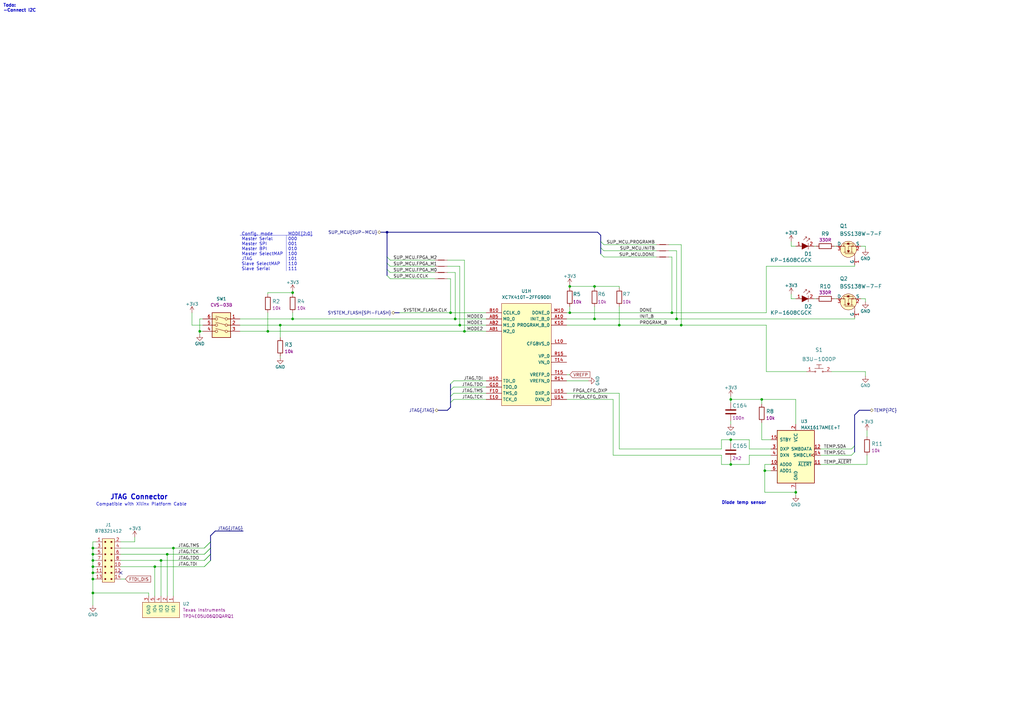
<source format=kicad_sch>
(kicad_sch (version 20211123) (generator eeschema)
  (paper "A3")
  (title_block (title "K410T devboard") (date "2023-01-04") (rev "0.0.99"))
  (lib_symbols
    (symbol "antmicroCapacitors0402:C_100n_0402" (pin_names (offset 0))
      (property "Reference" "C" (at -1.397 3.429 0))
      (property "Val" "100n" (at 0 -2.54 0))
      (symbol "C_100n_0402_1_1"
        (pin passive line (at 0 3.81 270) (length 2.794) (name "~") (number "1"))
        (pin passive line (at 0 -3.81 90) (length 2.794) (name "~") (number "2"))
      )
    )
    (symbol "antmicroCapacitors0402:C_2n2_0402" (pin_names (offset 0))
      (property "Reference" "C" (at -1.397 3.429 0))
      (property "Val" "2n2" (at 0 -2.54 0))
      (symbol "C_2n2_0402_1_1"
        (pin passive line (at 0 3.81 270) (length 2.794) (name "~") (number "1"))
        (pin passive line (at 0 -3.81 90) (length 2.794) (name "~") (number "2"))
      )
    )
    (symbol "antmicroLEDIndicationDiscrete:KP-1608CGCK" (pin_names (offset 0))
      (property "Reference" "D" (at -5.08 3.81 0))
      (property "Value" "KP-1608CGCK" (at 0 -3.81 0))
      (symbol "KP-1608CGCK_1_1"
        (pin passive line (at -5.08 0 0) (length 2.54) (name "~") (number "1"))
        (pin passive line (at 2.54 0 180) (length 2.54) (name "~") (number "2"))
      )
    )
    (symbol "antmicroMicrocontrollers:XC7K410T-2FFG900I"
      (property "Reference" "U" (at -10.16 72.39 0))
      (property "Value" "XC7K410T-2FFG900I" (at -10.16 69.85 0))
      (symbol "XC7K410T-2FFG900I_1_0"
        (text "BANK 12" (at -1.27 64.77 0) (effects (font (size 2.54 2.54))))
      )
      (symbol "XC7K410T-2FFG900I_1_1"
        (pin bidirectional line (at 24.13 33.02 180) (length 6.35) (name "IO_L6P_T0_12") (number "AA20"))
        (pin bidirectional line (at 24.13 50.8 180) (length 6.35) (name "IO_L2N_T0_12") (number "AA21"))
        (pin bidirectional line (at 24.13 43.18 180) (length 6.35) (name "IO_L4P_T0_12") (number "AA22"))
        (pin bidirectional line (at 24.13 40.64 180) (length 6.35) (name "IO_L4N_T0_12") (number "AA23"))
        (pin bidirectional line (at 24.13 30.48 180) (length 6.35) (name "IO_L6N_T0_VREF_12") (number "AB20"))
        (pin bidirectional line (at 24.13 48.26 180) (length 6.35) (name "IO_L3P_T0_DQS_12") (number "AB22"))
        (pin bidirectional line (at 24.13 45.72 180) (length 6.35) (name "IO_L3N_T0_DQS_12") (number "AB23"))
        (pin bidirectional line (at 24.13 27.94 180) (length 6.35) (name "IO_L7P_T1_12") (number "AB24"))
        (pin bidirectional line (at 24.13 38.1 180) (length 6.35) (name "IO_L5P_T0_12") (number "AC20"))
        (pin bidirectional line (at 24.13 35.56 180) (length 6.35) (name "IO_L5N_T0_12") (number "AC21"))
        (pin bidirectional line (at 24.13 22.86 180) (length 6.35) (name "IO_L8P_T1_12") (number "AC22"))
        (pin bidirectional line (at 24.13 17.78 180) (length 6.35) (name "IO_L9P_T1_DQS_12") (number "AC24"))
        (pin bidirectional line (at 24.13 25.4 180) (length 6.35) (name "IO_L7N_T1_12") (number "AC25"))
        (pin bidirectional line (at 24.13 12.7 180) (length 6.35) (name "IO_L10P_T1_12") (number "AD21"))
        (pin bidirectional line (at 24.13 20.32 180) (length 6.35) (name "IO_L8N_T1_12") (number "AD22"))
        (pin bidirectional line (at 24.13 2.54 180) (length 6.35) (name "IO_L12P_T1_MRCC_12") (number "AD23"))
        (pin bidirectional line (at 24.13 15.24 180) (length 6.35) (name "IO_L9N_T1_DQS_12") (number "AD24"))
        (pin bidirectional line (at 24.13 -63.5 180) (length 6.35) (name "IO_25_12") (number "AE20"))
        (pin bidirectional line (at 24.13 10.16 180) (length 6.35) (name "IO_L10N_T1_12") (number "AE21"))
        (pin bidirectional line (at 24.13 7.62 180) (length 6.35) (name "IO_L11P_T1_SRCC_12") (number "AE23"))
        (pin bidirectional line (at 24.13 0 180) (length 6.35) (name "IO_L12N_T1_MRCC_12") (number "AE24"))
        (pin bidirectional line (at 24.13 -17.78 180) (length 6.35) (name "IO_L16P_T2_12") (number "AE25"))
        (pin bidirectional line (at 24.13 -33.02 180) (length 6.35) (name "IO_L19P_T3_12") (number "AF20"))
        (pin bidirectional line (at 24.13 -35.56 180) (length 6.35) (name "IO_L19N_T3_VREF_12") (number "AF21"))
        (pin bidirectional line (at 24.13 -2.54 180) (length 6.35) (name "IO_L13P_T2_MRCC_12") (number "AF22"))
        (pin bidirectional line (at 24.13 5.08 180) (length 6.35) (name "IO_L11N_T1_SRCC_12") (number "AF23"))
        (pin bidirectional line (at 24.13 -20.32 180) (length 6.35) (name "IO_L16N_T2_12") (number "AF25"))
        (pin bidirectional line (at 24.13 -48.26 180) (length 6.35) (name "IO_L22P_T3_12") (number "AG20"))
        (pin bidirectional line (at 24.13 -38.1 180) (length 6.35) (name "IO_L20P_T3_12") (number "AG22"))
        (pin bidirectional line (at 24.13 -5.08 180) (length 6.35) (name "IO_L13N_T2_MRCC_12") (number "AG23"))
        (pin bidirectional line (at 24.13 -7.62 180) (length 6.35) (name "IO_L14P_T2_SRCC_12") (number "AG24"))
        (pin bidirectional line (at 24.13 -27.94 180) (length 6.35) (name "IO_L18P_T2_12") (number "AG25"))
        (pin bidirectional line (at 24.13 -50.8 180) (length 6.35) (name "IO_L22N_T3_12") (number "AH20"))
        (pin bidirectional line (at 24.13 -53.34 180) (length 6.35) (name "IO_L23P_T3_12") (number "AH21"))
        (pin bidirectional line (at 24.13 -40.64 180) (length 6.35) (name "IO_L20N_T3_12") (number "AH22"))
        (pin bidirectional line (at 24.13 -10.16 180) (length 6.35) (name "IO_L14N_T2_SRCC_12") (number "AH24"))
        (pin bidirectional line (at 24.13 -30.48 180) (length 6.35) (name "IO_L18N_T2_12") (number "AH25"))
        (pin bidirectional line (at 24.13 -55.88 180) (length 6.35) (name "IO_L23N_T3_12") (number "AJ21"))
        (pin bidirectional line (at 24.13 -43.18 180) (length 6.35) (name "IO_L21P_T3_DQS_12") (number "AJ22"))
        (pin bidirectional line (at 24.13 -45.72 180) (length 6.35) (name "IO_L21N_T3_DQS_12") (number "AJ23"))
        (pin bidirectional line (at 24.13 -12.7 180) (length 6.35) (name "IO_L15P_T2_DQS_12") (number "AJ24"))
        (pin bidirectional line (at 24.13 -58.42 180) (length 6.35) (name "IO_L24P_T3_12") (number "AK20"))
        (pin bidirectional line (at 24.13 -60.96 180) (length 6.35) (name "IO_L24N_T3_12") (number "AK21"))
        (pin bidirectional line (at 24.13 -22.86 180) (length 6.35) (name "IO_L17P_T2_12") (number "AK23"))
        (pin bidirectional line (at 24.13 -25.4 180) (length 6.35) (name "IO_L17N_T2_12") (number "AK24"))
        (pin bidirectional line (at 24.13 -15.24 180) (length 6.35) (name "IO_L15N_T2_DQS_12") (number "AK25"))
        (pin bidirectional line (at 24.13 60.96 180) (length 6.35) (name "IO_0_12") (number "Y20"))
        (pin bidirectional line (at 24.13 53.34 180) (length 6.35) (name "IO_L2P_T0_12") (number "Y21"))
        (pin bidirectional line (at 24.13 58.42 180) (length 6.35) (name "IO_L1P_T0_12") (number "Y23"))
        (pin bidirectional line (at 24.13 55.88 180) (length 6.35) (name "IO_L1N_T0_12") (number "Y24"))
      )
      (symbol "XC7K410T-2FFG900I_2_0"
        (text "BANK 14" (at -1.27 64.77 0) (effects (font (size 2.54 2.54))))
      )
      (symbol "XC7K410T-2FFG900I_2_1"
        (pin bidirectional line (at 24.13 58.42 180) (length 6.35) (name "IO_L1P_T0_D00_MOSI_14") (number "P24"))
        (pin bidirectional line (at 24.13 12.7 180) (length 6.35) (name "IO_L10P_T1_D14_14") (number "P26"))
        (pin bidirectional line (at 24.13 22.86 180) (length 6.35) (name "IO_L8P_T1_D11_14") (number "P27"))
        (pin bidirectional line (at 24.13 20.32 180) (length 6.35) (name "IO_L8N_T1_D12_14") (number "P28"))
        (pin bidirectional line (at 24.13 27.94 180) (length 6.35) (name "IO_L7P_T1_D09_14") (number "P29"))
        (pin bidirectional line (at 24.13 60.96 180) (length 6.35) (name "IO_0_14") (number "R19"))
        (pin bidirectional line (at 24.13 53.34 180) (length 6.35) (name "IO_L2P_T0_D02_14") (number "R20"))
        (pin bidirectional line (at 24.13 50.8 180) (length 6.35) (name "IO_L2N_T0_D03_14") (number "R21"))
        (pin bidirectional line (at 24.13 48.26 180) (length 6.35) (name "IO_L3P_T0_DQS_PUDC_B_14") (number "R23"))
        (pin bidirectional line (at 24.13 45.72 180) (length 6.35) (name "IO_L3N_T0_DQS_EMCCLK_14") (number "R24"))
        (pin bidirectional line (at 24.13 55.88 180) (length 6.35) (name "IO_L1N_T0_D01_DIN_14") (number "R25"))
        (pin bidirectional line (at 24.13 10.16 180) (length 6.35) (name "IO_L10N_T1_D15_14") (number "R26"))
        (pin bidirectional line (at 24.13 7.62 180) (length 6.35) (name "IO_L11P_T1_SRCC_14") (number "R28"))
        (pin bidirectional line (at 24.13 25.4 180) (length 6.35) (name "IO_L7N_T1_D10_14") (number "R29"))
        (pin bidirectional line (at 24.13 17.78 180) (length 6.35) (name "IO_L9P_T1_DQS_14") (number "R30"))
        (pin bidirectional line (at 24.13 43.18 180) (length 6.35) (name "IO_L4P_T0_D04_14") (number "T20"))
        (pin bidirectional line (at 24.13 40.64 180) (length 6.35) (name "IO_L4N_T0_D05_14") (number "T21"))
        (pin bidirectional line (at 24.13 38.1 180) (length 6.35) (name "IO_L5P_T0_D06_14") (number "T22"))
        (pin bidirectional line (at 24.13 35.56 180) (length 6.35) (name "IO_L5N_T0_D07_14") (number "T23"))
        (pin bidirectional line (at 24.13 -7.62 180) (length 6.35) (name "IO_L14P_T2_SRCC_14") (number "T25"))
        (pin bidirectional line (at 24.13 2.54 180) (length 6.35) (name "IO_L12P_T1_MRCC_14") (number "T26"))
        (pin bidirectional line (at 24.13 0 180) (length 6.35) (name "IO_L12N_T1_MRCC_14") (number "T27"))
        (pin bidirectional line (at 24.13 5.08 180) (length 6.35) (name "IO_L11N_T1_SRCC_14") (number "T28"))
        (pin bidirectional line (at 24.13 15.24 180) (length 6.35) (name "IO_L9N_T1_DQS_D13_14") (number "T30"))
        (pin bidirectional line (at 24.13 33.02 180) (length 6.35) (name "IO_L6P_T0_FCS_B_14") (number "U19"))
        (pin bidirectional line (at 24.13 30.48 180) (length 6.35) (name "IO_L6N_T0_D08_VREF_14") (number "U20"))
        (pin bidirectional line (at 24.13 -43.18 180) (length 6.35) (name "IO_L21P_T3_DQS_14") (number "U22"))
        (pin bidirectional line (at 24.13 -45.72 180) (length 6.35) (name "IO_L21N_T3_DQS_A06_D22_14") (number "U23"))
        (pin bidirectional line (at 24.13 -53.34 180) (length 6.35) (name "IO_L23P_T3_A03_D19_14") (number "U24"))
        (pin bidirectional line (at 24.13 -10.16 180) (length 6.35) (name "IO_L14N_T2_SRCC_14") (number "U25"))
        (pin bidirectional line (at 24.13 -2.54 180) (length 6.35) (name "IO_L13P_T2_MRCC_14") (number "U27"))
        (pin bidirectional line (at 24.13 -5.08 180) (length 6.35) (name "IO_L13N_T2_MRCC_14") (number "U28"))
        (pin bidirectional line (at 24.13 -12.7 180) (length 6.35) (name "IO_L15P_T2_DQS_RDWR_B_14") (number "U29"))
        (pin bidirectional line (at 24.13 -15.24 180) (length 6.35) (name "IO_L15N_T2_DQS_DOUT_CSO_B_14") (number "U30"))
        (pin bidirectional line (at 24.13 -33.02 180) (length 6.35) (name "IO_L19P_T3_A10_D26_14") (number "V19"))
        (pin bidirectional line (at 24.13 -35.56 180) (length 6.35) (name "IO_L19N_T3_A09_D25_VREF_14") (number "V20"))
        (pin bidirectional line (at 24.13 -48.26 180) (length 6.35) (name "IO_L22P_T3_A05_D21_14") (number "V21"))
        (pin bidirectional line (at 24.13 -50.8 180) (length 6.35) (name "IO_L22N_T3_A04_D20_14") (number "V22"))
        (pin bidirectional line (at 24.13 -55.88 180) (length 6.35) (name "IO_L23N_T3_A02_D18_14") (number "V24"))
        (pin bidirectional line (at 24.13 -27.94 180) (length 6.35) (name "IO_L18P_T2_A12_D28_14") (number "V25"))
        (pin bidirectional line (at 24.13 -17.78 180) (length 6.35) (name "IO_L16P_T2_CSI_B_14") (number "V26"))
        (pin bidirectional line (at 24.13 -20.32 180) (length 6.35) (name "IO_L16N_T2_A15_D31_14") (number "V27"))
        (pin bidirectional line (at 24.13 -22.86 180) (length 6.35) (name "IO_L17P_T2_A14_D30_14") (number "V29"))
        (pin bidirectional line (at 24.13 -25.4 180) (length 6.35) (name "IO_L17N_T2_A13_D29_14") (number "V30"))
        (pin bidirectional line (at 24.13 -63.5 180) (length 6.35) (name "IO_25_14") (number "W19"))
        (pin bidirectional line (at 24.13 -58.42 180) (length 6.35) (name "IO_L24P_T3_A01_D17_14") (number "W21"))
        (pin bidirectional line (at 24.13 -60.96 180) (length 6.35) (name "IO_L24N_T3_A00_D16_14") (number "W22"))
        (pin bidirectional line (at 24.13 -38.1 180) (length 6.35) (name "IO_L20P_T3_A08_D24_14") (number "W23"))
        (pin bidirectional line (at 24.13 -40.64 180) (length 6.35) (name "IO_L20N_T3_A07_D23_14") (number "W24"))
        (pin bidirectional line (at 24.13 -30.48 180) (length 6.35) (name "IO_L18N_T2_A11_D27_14") (number "W26"))
      )
      (symbol "XC7K410T-2FFG900I_3_0"
        (text "BANK 16" (at -1.27 64.77 0) (effects (font (size 2.54 2.54))))
      )
      (symbol "XC7K410T-2FFG900I_3_1"
        (pin bidirectional line (at 24.13 55.88 180) (length 6.35) (name "IO_L1N_T0_16") (number "A23"))
        (pin bidirectional line (at 24.13 12.7 180) (length 6.35) (name "IO_L10P_T1_16") (number "A25"))
        (pin bidirectional line (at 24.13 10.16 180) (length 6.35) (name "IO_L10N_T1_16") (number "A26"))
        (pin bidirectional line (at 24.13 25.4 180) (length 6.35) (name "IO_L7N_T1_16") (number "A27"))
        (pin bidirectional line (at 24.13 15.24 180) (length 6.35) (name "IO_L9N_T1_DQS_16") (number "A28"))
        (pin bidirectional line (at 24.13 -25.4 180) (length 6.35) (name "IO_L17N_T2_16") (number "A30"))
        (pin bidirectional line (at 24.13 58.42 180) (length 6.35) (name "IO_L1P_T0_16") (number "B23"))
        (pin bidirectional line (at 24.13 20.32 180) (length 6.35) (name "IO_L8N_T1_16") (number "B24"))
        (pin bidirectional line (at 24.13 0 180) (length 6.35) (name "IO_L12N_T1_MRCC_16") (number "B25"))
        (pin bidirectional line (at 24.13 27.94 180) (length 6.35) (name "IO_L7P_T1_16") (number "B27"))
        (pin bidirectional line (at 24.13 17.78 180) (length 6.35) (name "IO_L9P_T1_DQS_16") (number "B28"))
        (pin bidirectional line (at 24.13 -15.24 180) (length 6.35) (name "IO_L15N_T2_DQS_16") (number "B29"))
        (pin bidirectional line (at 24.13 -22.86 180) (length 6.35) (name "IO_L17P_T2_16") (number "B30"))
        (pin bidirectional line (at 24.13 22.86 180) (length 6.35) (name "IO_L8P_T1_16") (number "C24"))
        (pin bidirectional line (at 24.13 2.54 180) (length 6.35) (name "IO_L12P_T1_MRCC_16") (number "C25"))
        (pin bidirectional line (at 24.13 5.08 180) (length 6.35) (name "IO_L11N_T1_SRCC_16") (number "C26"))
        (pin bidirectional line (at 24.13 -5.08 180) (length 6.35) (name "IO_L13N_T2_MRCC_16") (number "C27"))
        (pin bidirectional line (at 24.13 -12.7 180) (length 6.35) (name "IO_L15P_T2_DQS_16") (number "C29"))
        (pin bidirectional line (at 24.13 -20.32 180) (length 6.35) (name "IO_L16N_T2_16") (number "C30"))
        (pin bidirectional line (at 24.13 50.8 180) (length 6.35) (name "IO_L2N_T0_16") (number "D23"))
        (pin bidirectional line (at 24.13 40.64 180) (length 6.35) (name "IO_L4N_T0_16") (number "D24"))
        (pin bidirectional line (at 24.13 7.62 180) (length 6.35) (name "IO_L11P_T1_SRCC_16") (number "D26"))
        (pin bidirectional line (at 24.13 -2.54 180) (length 6.35) (name "IO_L13P_T2_MRCC_16") (number "D27"))
        (pin bidirectional line (at 24.13 -10.16 180) (length 6.35) (name "IO_L14N_T2_SRCC_16") (number "D28"))
        (pin bidirectional line (at 24.13 -17.78 180) (length 6.35) (name "IO_L16P_T2_16") (number "D29"))
        (pin bidirectional line (at 24.13 53.34 180) (length 6.35) (name "IO_L2P_T0_16") (number "E23"))
        (pin bidirectional line (at 24.13 43.18 180) (length 6.35) (name "IO_L4P_T0_16") (number "E24"))
        (pin bidirectional line (at 24.13 45.72 180) (length 6.35) (name "IO_L3N_T0_DQS_16") (number "E25"))
        (pin bidirectional line (at 24.13 35.56 180) (length 6.35) (name "IO_L5N_T0_16") (number "E26"))
        (pin bidirectional line (at 24.13 -7.62 180) (length 6.35) (name "IO_L14P_T2_SRCC_16") (number "E28"))
        (pin bidirectional line (at 24.13 -27.94 180) (length 6.35) (name "IO_L18P_T2_16") (number "E29"))
        (pin bidirectional line (at 24.13 -30.48 180) (length 6.35) (name "IO_L18N_T2_16") (number "E30"))
        (pin bidirectional line (at 24.13 60.96 180) (length 6.35) (name "IO_0_16") (number "F23"))
        (pin bidirectional line (at 24.13 48.26 180) (length 6.35) (name "IO_L3P_T0_DQS_16") (number "F25"))
        (pin bidirectional line (at 24.13 38.1 180) (length 6.35) (name "IO_L5P_T0_16") (number "F26"))
        (pin bidirectional line (at 24.13 -45.72 180) (length 6.35) (name "IO_L21N_T3_DQS_16") (number "F27"))
        (pin bidirectional line (at 24.13 -40.64 180) (length 6.35) (name "IO_L20N_T3_16") (number "F28"))
        (pin bidirectional line (at 24.13 -50.8 180) (length 6.35) (name "IO_L22N_T3_16") (number "F30"))
        (pin bidirectional line (at 24.13 33.02 180) (length 6.35) (name "IO_L6P_T0_16") (number "G23"))
        (pin bidirectional line (at 24.13 30.48 180) (length 6.35) (name "IO_L6N_T0_VREF_16") (number "G24"))
        (pin bidirectional line (at 24.13 -63.5 180) (length 6.35) (name "IO_25_16") (number "G25"))
        (pin bidirectional line (at 24.13 -43.18 180) (length 6.35) (name "IO_L21P_T3_DQS_16") (number "G27"))
        (pin bidirectional line (at 24.13 -38.1 180) (length 6.35) (name "IO_L20P_T3_16") (number "G28"))
        (pin bidirectional line (at 24.13 -48.26 180) (length 6.35) (name "IO_L22P_T3_16") (number "G29"))
        (pin bidirectional line (at 24.13 -60.96 180) (length 6.35) (name "IO_L24N_T3_16") (number "G30"))
        (pin bidirectional line (at 24.13 -33.02 180) (length 6.35) (name "IO_L19P_T3_16") (number "H24"))
        (pin bidirectional line (at 24.13 -35.56 180) (length 6.35) (name "IO_L19N_T3_VREF_16") (number "H25"))
        (pin bidirectional line (at 24.13 -53.34 180) (length 6.35) (name "IO_L23P_T3_16") (number "H26"))
        (pin bidirectional line (at 24.13 -55.88 180) (length 6.35) (name "IO_L23N_T3_16") (number "H27"))
        (pin bidirectional line (at 24.13 -58.42 180) (length 6.35) (name "IO_L24P_T3_16") (number "H30"))
      )
      (symbol "XC7K410T-2FFG900I_4_0"
        (text "BANK 18" (at -1.27 64.77 0) (effects (font (size 2.54 2.54))))
      )
      (symbol "XC7K410T-2FFG900I_4_1"
        (pin bidirectional line (at 24.13 -22.86 180) (length 6.35) (name "IO_L17P_T2_18") (number "A11"))
        (pin bidirectional line (at 24.13 -25.4 180) (length 6.35) (name "IO_L17N_T2_18") (number "A12"))
        (pin bidirectional line (at 24.13 -50.8 180) (length 6.35) (name "IO_L22N_T3_18") (number "A13"))
        (pin bidirectional line (at 24.13 -60.96 180) (length 6.35) (name "IO_L24N_T3_18") (number "A15"))
        (pin bidirectional line (at 24.13 -15.24 180) (length 6.35) (name "IO_L15N_T2_DQS_18") (number "B12"))
        (pin bidirectional line (at 24.13 -48.26 180) (length 6.35) (name "IO_L22P_T3_18") (number "B13"))
        (pin bidirectional line (at 24.13 -58.42 180) (length 6.35) (name "IO_L24P_T3_18") (number "B14"))
        (pin bidirectional line (at 24.13 -55.88 180) (length 6.35) (name "IO_L23N_T3_18") (number "B15"))
        (pin bidirectional line (at 24.13 -30.48 180) (length 6.35) (name "IO_L18N_T2_18") (number "C11"))
        (pin bidirectional line (at 24.13 -12.7 180) (length 6.35) (name "IO_L15P_T2_DQS_18") (number "C12"))
        (pin bidirectional line (at 24.13 -45.72 180) (length 6.35) (name "IO_L21N_T3_DQS_18") (number "C14"))
        (pin bidirectional line (at 24.13 -53.34 180) (length 6.35) (name "IO_L23P_T3_18") (number "C15"))
        (pin bidirectional line (at 24.13 -27.94 180) (length 6.35) (name "IO_L18P_T2_18") (number "D11"))
        (pin bidirectional line (at 24.13 -2.54 180) (length 6.35) (name "IO_L13P_T2_MRCC_18") (number "D12"))
        (pin bidirectional line (at 24.13 -5.08 180) (length 6.35) (name "IO_L13N_T2_MRCC_18") (number "D13"))
        (pin bidirectional line (at 24.13 -43.18 180) (length 6.35) (name "IO_L21P_T3_DQS_18") (number "D14"))
        (pin bidirectional line (at 24.13 -20.32 180) (length 6.35) (name "IO_L16N_T2_18") (number "E11"))
        (pin bidirectional line (at 24.13 -10.16 180) (length 6.35) (name "IO_L14N_T2_SRCC_18") (number "E13"))
        (pin bidirectional line (at 24.13 -38.1 180) (length 6.35) (name "IO_L20P_T3_18") (number "E14"))
        (pin bidirectional line (at 24.13 -40.64 180) (length 6.35) (name "IO_L20N_T3_18") (number "E15"))
        (pin bidirectional line (at 24.13 -35.56 180) (length 6.35) (name "IO_L19N_T3_VREF_18") (number "E16"))
        (pin bidirectional line (at 24.13 -17.78 180) (length 6.35) (name "IO_L16P_T2_18") (number "F11"))
        (pin bidirectional line (at 24.13 -7.62 180) (length 6.35) (name "IO_L14P_T2_SRCC_18") (number "F12"))
        (pin bidirectional line (at 24.13 0 180) (length 6.35) (name "IO_L12N_T1_MRCC_18") (number "F13"))
        (pin bidirectional line (at 24.13 -33.02 180) (length 6.35) (name "IO_L19P_T3_18") (number "F15"))
        (pin bidirectional line (at 24.13 -63.5 180) (length 6.35) (name "IO_25_18") (number "F16"))
        (pin bidirectional line (at 24.13 60.96 180) (length 6.35) (name "IO_0_18") (number "G12"))
        (pin bidirectional line (at 24.13 2.54 180) (length 6.35) (name "IO_L12P_T1_MRCC_18") (number "G13"))
        (pin bidirectional line (at 24.13 5.08 180) (length 6.35) (name "IO_L11N_T1_SRCC_18") (number "G14"))
        (pin bidirectional line (at 24.13 25.4 180) (length 6.35) (name "IO_L7N_T1_18") (number "G15"))
        (pin bidirectional line (at 24.13 12.7 180) (length 6.35) (name "IO_L10P_T1_18") (number "H11"))
        (pin bidirectional line (at 24.13 10.16 180) (length 6.35) (name "IO_L10N_T1_18") (number "H12"))
        (pin bidirectional line (at 24.13 7.62 180) (length 6.35) (name "IO_L11P_T1_SRCC_18") (number "H14"))
        (pin bidirectional line (at 24.13 27.94 180) (length 6.35) (name "IO_L7P_T1_18") (number "H15"))
        (pin bidirectional line (at 24.13 15.24 180) (length 6.35) (name "IO_L9N_T1_DQS_18") (number "H16"))
        (pin bidirectional line (at 24.13 22.86 180) (length 6.35) (name "IO_L8P_T1_18") (number "J11"))
        (pin bidirectional line (at 24.13 20.32 180) (length 6.35) (name "IO_L8N_T1_18") (number "J12"))
        (pin bidirectional line (at 24.13 40.64 180) (length 6.35) (name "IO_L4N_T0_18") (number "J13"))
        (pin bidirectional line (at 24.13 35.56 180) (length 6.35) (name "IO_L5N_T0_18") (number "J14"))
        (pin bidirectional line (at 24.13 17.78 180) (length 6.35) (name "IO_L9P_T1_DQS_18") (number "J16"))
        (pin bidirectional line (at 24.13 30.48 180) (length 6.35) (name "IO_L6N_T0_VREF_18") (number "K11"))
        (pin bidirectional line (at 24.13 43.18 180) (length 6.35) (name "IO_L4P_T0_18") (number "K13"))
        (pin bidirectional line (at 24.13 38.1 180) (length 6.35) (name "IO_L5P_T0_18") (number "K14"))
        (pin bidirectional line (at 24.13 50.8 180) (length 6.35) (name "IO_L2N_T0_18") (number "K15"))
        (pin bidirectional line (at 24.13 55.88 180) (length 6.35) (name "IO_L1N_T0_18") (number "K16"))
        (pin bidirectional line (at 24.13 33.02 180) (length 6.35) (name "IO_L6P_T0_18") (number "L11"))
        (pin bidirectional line (at 24.13 48.26 180) (length 6.35) (name "IO_L3P_T0_DQS_18") (number "L12"))
        (pin bidirectional line (at 24.13 45.72 180) (length 6.35) (name "IO_L3N_T0_DQS_18") (number "L13"))
        (pin bidirectional line (at 24.13 53.34 180) (length 6.35) (name "IO_L2P_T0_18") (number "L15"))
        (pin bidirectional line (at 24.13 58.42 180) (length 6.35) (name "IO_L1P_T0_18") (number "L16"))
      )
      (symbol "XC7K410T-2FFG900I_5_0"
        (text "BANK 33" (at -1.27 64.77 0) (effects (font (size 2.54 2.54))))
      )
      (symbol "XC7K410T-2FFG900I_5_1"
        (pin bidirectional line (at 24.13 35.56 180) (length 6.35) (name "IO_L5N_T0_33") (number "AA10"))
        (pin bidirectional line (at 24.13 38.1 180) (length 6.35) (name "IO_L5P_T0_33") (number "AA11"))
        (pin bidirectional line (at 24.13 58.42 180) (length 6.35) (name "IO_L1P_T0_33") (number "AA12"))
        (pin bidirectional line (at 24.13 33.02 180) (length 6.35) (name "IO_L6P_T0_33") (number "AA13"))
        (pin bidirectional line (at 24.13 53.34 180) (length 6.35) (name "IO_L2P_T0_33") (number "AA8"))
        (pin bidirectional line (at 24.13 27.94 180) (length 6.35) (name "IO_L7P_T1_33") (number "AB10"))
        (pin bidirectional line (at 24.13 55.88 180) (length 6.35) (name "IO_L1N_T0_33") (number "AB12"))
        (pin bidirectional line (at 24.13 30.48 180) (length 6.35) (name "IO_L6N_T0_VREF_33") (number "AB13"))
        (pin bidirectional line (at 24.13 50.8 180) (length 6.35) (name "IO_L2N_T0_33") (number "AB8"))
        (pin bidirectional line (at 24.13 48.26 180) (length 6.35) (name "IO_L3P_T0_DQS_33") (number "AB9"))
        (pin bidirectional line (at 24.13 25.4 180) (length 6.35) (name "IO_L7N_T1_33") (number "AC10"))
        (pin bidirectional line (at 24.13 15.24 180) (length 6.35) (name "IO_L9N_T1_DQS_33") (number "AC11"))
        (pin bidirectional line (at 24.13 17.78 180) (length 6.35) (name "IO_L9P_T1_DQS_33") (number "AC12"))
        (pin bidirectional line (at 24.13 45.72 180) (length 6.35) (name "IO_L3N_T0_DQS_33") (number "AC9"))
        (pin bidirectional line (at 24.13 0 180) (length 6.35) (name "IO_L12N_T1_MRCC_33") (number "AD11"))
        (pin bidirectional line (at 24.13 2.54 180) (length 6.35) (name "IO_L12P_T1_MRCC_33") (number "AD12"))
        (pin bidirectional line (at 24.13 -63.5 180) (length 6.35) (name "IO_25_VRP_33") (number "AD13"))
        (pin bidirectional line (at 24.13 22.86 180) (length 6.35) (name "IO_L8P_T1_33") (number "AD8"))
        (pin bidirectional line (at 24.13 12.7 180) (length 6.35) (name "IO_L10P_T1_33") (number "AD9"))
        (pin bidirectional line (at 24.13 -7.62 180) (length 6.35) (name "IO_L14P_T2_SRCC_33") (number "AE10"))
        (pin bidirectional line (at 24.13 7.62 180) (length 6.35) (name "IO_L11P_T1_SRCC_33") (number "AE11"))
        (pin bidirectional line (at 24.13 -33.02 180) (length 6.35) (name "IO_L19P_T3_33") (number "AE13"))
        (pin bidirectional line (at 24.13 20.32 180) (length 6.35) (name "IO_L8N_T1_33") (number "AE8"))
        (pin bidirectional line (at 24.13 10.16 180) (length 6.35) (name "IO_L10N_T1_33") (number "AE9"))
        (pin bidirectional line (at 24.13 -10.16 180) (length 6.35) (name "IO_L14N_T2_SRCC_33") (number "AF10"))
        (pin bidirectional line (at 24.13 5.08 180) (length 6.35) (name "IO_L11N_T1_SRCC_33") (number "AF11"))
        (pin bidirectional line (at 24.13 -53.34 180) (length 6.35) (name "IO_L23P_T3_33") (number "AF12"))
        (pin bidirectional line (at 24.13 -35.56 180) (length 6.35) (name "IO_L19N_T3_VREF_33") (number "AF13"))
        (pin bidirectional line (at 24.13 -2.54 180) (length 6.35) (name "IO_L13P_T2_MRCC_33") (number "AG10"))
        (pin bidirectional line (at 24.13 -55.88 180) (length 6.35) (name "IO_L23N_T3_33") (number "AG12"))
        (pin bidirectional line (at 24.13 -58.42 180) (length 6.35) (name "IO_L24P_T3_33") (number "AG13"))
        (pin bidirectional line (at 24.13 -17.78 180) (length 6.35) (name "IO_L16P_T2_33") (number "AG9"))
        (pin bidirectional line (at 24.13 -5.08 180) (length 6.35) (name "IO_L13N_T2_MRCC_33") (number "AH10"))
        (pin bidirectional line (at 24.13 -27.94 180) (length 6.35) (name "IO_L18P_T2_33") (number "AH11"))
        (pin bidirectional line (at 24.13 -60.96 180) (length 6.35) (name "IO_L24N_T3_33") (number "AH12"))
        (pin bidirectional line (at 24.13 -43.18 180) (length 6.35) (name "IO_L21P_T3_DQS_33") (number "AH14"))
        (pin bidirectional line (at 24.13 -20.32 180) (length 6.35) (name "IO_L16N_T2_33") (number "AH9"))
        (pin bidirectional line (at 24.13 -30.48 180) (length 6.35) (name "IO_L18N_T2_33") (number "AJ11"))
        (pin bidirectional line (at 24.13 -50.8 180) (length 6.35) (name "IO_L22N_T3_33") (number "AJ12"))
        (pin bidirectional line (at 24.13 -48.26 180) (length 6.35) (name "IO_L22P_T3_33") (number "AJ13"))
        (pin bidirectional line (at 24.13 -45.72 180) (length 6.35) (name "IO_L21N_T3_DQS_33") (number "AJ14"))
        (pin bidirectional line (at 24.13 -12.7 180) (length 6.35) (name "IO_L15P_T2_DQS_33") (number "AJ9"))
        (pin bidirectional line (at 24.13 -25.4 180) (length 6.35) (name "IO_L17N_T2_33") (number "AK10"))
        (pin bidirectional line (at 24.13 -22.86 180) (length 6.35) (name "IO_L17P_T2_33") (number "AK11"))
        (pin bidirectional line (at 24.13 -40.64 180) (length 6.35) (name "IO_L20N_T3_33") (number "AK13"))
        (pin bidirectional line (at 24.13 -38.1 180) (length 6.35) (name "IO_L20P_T3_33") (number "AK14"))
        (pin bidirectional line (at 24.13 -15.24 180) (length 6.35) (name "IO_L15N_T2_DQS_33") (number "AK9"))
        (pin bidirectional line (at 24.13 40.64 180) (length 6.35) (name "IO_L4N_T0_33") (number "Y10"))
        (pin bidirectional line (at 24.13 43.18 180) (length 6.35) (name "IO_L4P_T0_33") (number "Y11"))
        (pin bidirectional line (at 24.13 60.96 180) (length 6.35) (name "IO_0_VRN_33") (number "Y13"))
      )
      (symbol "XC7K410T-2FFG900I_6_0"
        (text "GTX 115" (at -11.43 63.5 0) (effects (font (size 2.54 2.54))))
        (text "GTX 116" (at -11.43 -2.54 0) (effects (font (size 2.54 2.54))))
        (text "GTX 117" (at 11.43 63.5 0) (effects (font (size 2.54 2.54))))
        (text "GTX 118" (at 11.43 -2.54 0) (effects (font (size 2.54 2.54))))
      )
      (symbol "XC7K410T-2FFG900I_6_1"
        (pin bidirectional line (at 29.21 -25.4 180) (length 6.35) (name "MGTXTXN3_118") (number "A3"))
        (pin bidirectional line (at 29.21 -22.86 180) (length 6.35) (name "MGTXTXP3_118") (number "A4"))
        (pin bidirectional line (at 29.21 -48.26 180) (length 6.35) (name "MGTXRXN3_118") (number "A7"))
        (pin bidirectional line (at 29.21 -45.72 180) (length 6.35) (name "MGTXRXP3_118") (number "A8"))
        (pin bidirectional line (at -29.21 33.02 0) (length 6.35) (name "MGTXRXN0_115") (number "AA3"))
        (pin bidirectional line (at -29.21 35.56 0) (length 6.35) (name "MGTXRXP0_115") (number "AA4"))
        (pin bidirectional line (at 29.21 -20.32 180) (length 6.35) (name "MGTXTXN2_118") (number "B1"))
        (pin bidirectional line (at 29.21 -17.78 180) (length 6.35) (name "MGTXTXP2_118") (number "B2"))
        (pin bidirectional line (at 29.21 -43.18 180) (length 6.35) (name "MGTXRXN2_118") (number "B5"))
        (pin bidirectional line (at 29.21 -40.64 180) (length 6.35) (name "MGTXRXP2_118") (number "B6"))
        (pin bidirectional line (at 29.21 -15.24 180) (length 6.35) (name "MGTXTXN1_118") (number "C3"))
        (pin bidirectional line (at 29.21 -12.7 180) (length 6.35) (name "MGTXTXP1_118") (number "C4"))
        (pin bidirectional line (at 29.21 -55.88 180) (length 6.35) (name "MGTREFCLK0N_118") (number "C7"))
        (pin bidirectional line (at 29.21 -53.34 180) (length 6.35) (name "MGTREFCLK0P_118") (number "C8"))
        (pin bidirectional line (at 29.21 -10.16 180) (length 6.35) (name "MGTXTXN0_118") (number "D1"))
        (pin bidirectional line (at 29.21 -7.62 180) (length 6.35) (name "MGTXTXP0_118") (number "D2"))
        (pin bidirectional line (at 29.21 -38.1 180) (length 6.35) (name "MGTXRXN1_118") (number "D5"))
        (pin bidirectional line (at 29.21 -35.56 180) (length 6.35) (name "MGTXRXP1_118") (number "D6"))
        (pin bidirectional line (at 29.21 -33.02 180) (length 6.35) (name "MGTXRXN0_118") (number "E3"))
        (pin bidirectional line (at 29.21 -30.48 180) (length 6.35) (name "MGTXRXP0_118") (number "E4"))
        (pin bidirectional line (at 29.21 -60.96 180) (length 6.35) (name "MGTREFCLK1N_118") (number "E7"))
        (pin bidirectional line (at 29.21 -58.42 180) (length 6.35) (name "MGTREFCLK1P_118") (number "E8"))
        (pin bidirectional line (at 29.21 40.64 180) (length 6.35) (name "MGTXTXN3_117") (number "F1"))
        (pin bidirectional line (at 29.21 43.18 180) (length 6.35) (name "MGTXTXP3_117") (number "F2"))
        (pin bidirectional line (at 29.21 17.78 180) (length 6.35) (name "MGTXRXN3_117") (number "F5"))
        (pin bidirectional line (at 29.21 20.32 180) (length 6.35) (name "MGTXRXP3_117") (number "F6"))
        (pin bidirectional line (at 29.21 22.86 180) (length 6.35) (name "MGTXRXN2_117") (number "G3"))
        (pin bidirectional line (at 29.21 25.4 180) (length 6.35) (name "MGTXRXP2_117") (number "G4"))
        (pin bidirectional line (at 29.21 10.16 180) (length 6.35) (name "MGTREFCLK0N_117") (number "G7"))
        (pin bidirectional line (at 29.21 12.7 180) (length 6.35) (name "MGTREFCLK0P_117") (number "G8"))
        (pin bidirectional line (at 29.21 45.72 180) (length 6.35) (name "MGTXTXN2_117") (number "H1"))
        (pin bidirectional line (at 29.21 48.26 180) (length 6.35) (name "MGTXTXP2_117") (number "H2"))
        (pin bidirectional line (at 29.21 27.94 180) (length 6.35) (name "MGTXRXN1_117") (number "H5"))
        (pin bidirectional line (at 29.21 30.48 180) (length 6.35) (name "MGTXRXP1_117") (number "H6"))
        (pin bidirectional line (at 29.21 50.8 180) (length 6.35) (name "MGTXTXN1_117") (number "J3"))
        (pin bidirectional line (at 29.21 53.34 180) (length 6.35) (name "MGTXTXP1_117") (number "J4"))
        (pin bidirectional line (at 29.21 5.08 180) (length 6.35) (name "MGTREFCLK1N_117") (number "J7"))
        (pin bidirectional line (at 29.21 7.62 180) (length 6.35) (name "MGTREFCLK1P_117") (number "J8"))
        (pin bidirectional line (at 29.21 55.88 180) (length 6.35) (name "MGTXTXN0_117") (number "K1"))
        (pin bidirectional line (at 29.21 58.42 180) (length 6.35) (name "MGTXTXP0_117") (number "K2"))
        (pin bidirectional line (at 29.21 33.02 180) (length 6.35) (name "MGTXRXN0_117") (number "K5"))
        (pin bidirectional line (at 29.21 35.56 180) (length 6.35) (name "MGTXRXP0_117") (number "K6"))
        (pin bidirectional line (at -29.21 -25.4 0) (length 6.35) (name "MGTXTXN3_116") (number "L3"))
        (pin bidirectional line (at -29.21 -22.86 0) (length 6.35) (name "MGTXTXP3_116") (number "L4"))
        (pin bidirectional line (at -29.21 -55.88 0) (length 6.35) (name "MGTREFCLK0N_116") (number "L7"))
        (pin bidirectional line (at -29.21 -53.34 0) (length 6.35) (name "MGTREFCLK0P_116") (number "L8"))
        (pin bidirectional line (at -29.21 -20.32 0) (length 6.35) (name "MGTXTXN2_116") (number "M1"))
        (pin bidirectional line (at -29.21 -17.78 0) (length 6.35) (name "MGTXTXP2_116") (number "M2"))
        (pin bidirectional line (at -29.21 -48.26 0) (length 6.35) (name "MGTXRXN3_116") (number "M5"))
        (pin bidirectional line (at -29.21 -45.72 0) (length 6.35) (name "MGTXRXP3_116") (number "M6"))
        (pin bidirectional line (at -29.21 -15.24 0) (length 6.35) (name "MGTXTXN1_116") (number "N3"))
        (pin bidirectional line (at -29.21 -12.7 0) (length 6.35) (name "MGTXTXP1_116") (number "N4"))
        (pin bidirectional line (at -29.21 -60.96 0) (length 6.35) (name "MGTREFCLK1N_116") (number "N7"))
        (pin bidirectional line (at -29.21 -58.42 0) (length 6.35) (name "MGTREFCLK1P_116") (number "N8"))
        (pin bidirectional line (at -29.21 -10.16 0) (length 6.35) (name "MGTXTXN0_116") (number "P1"))
        (pin bidirectional line (at -29.21 -7.62 0) (length 6.35) (name "MGTXTXP0_116") (number "P2"))
        (pin bidirectional line (at -29.21 -43.18 0) (length 6.35) (name "MGTXRXN2_116") (number "P5"))
        (pin bidirectional line (at -29.21 -40.64 0) (length 6.35) (name "MGTXRXP2_116") (number "P6"))
        (pin bidirectional line (at -29.21 -38.1 0) (length 6.35) (name "MGTXRXN1_116") (number "R3"))
        (pin bidirectional line (at -29.21 -35.56 0) (length 6.35) (name "MGTXRXP1_116") (number "R4"))
        (pin bidirectional line (at -29.21 10.16 0) (length 6.35) (name "MGTREFCLK0N_115") (number "R7"))
        (pin bidirectional line (at -29.21 12.7 0) (length 6.35) (name "MGTREFCLK0P_115") (number "R8"))
        (pin bidirectional line (at -29.21 40.64 0) (length 6.35) (name "MGTXTXN3_115") (number "T1"))
        (pin bidirectional line (at -29.21 43.18 0) (length 6.35) (name "MGTXTXP3_115") (number "T2"))
        (pin bidirectional line (at -29.21 -33.02 0) (length 6.35) (name "MGTXRXN0_116") (number "T5"))
        (pin bidirectional line (at -29.21 -30.48 0) (length 6.35) (name "MGTXRXP0_116") (number "T6"))
        (pin bidirectional line (at -29.21 45.72 0) (length 6.35) (name "MGTXTXN2_115") (number "U3"))
        (pin bidirectional line (at -29.21 48.26 0) (length 6.35) (name "MGTXTXP2_115") (number "U4"))
        (pin bidirectional line (at -29.21 5.08 0) (length 6.35) (name "MGTREFCLK1N_115") (number "U7"))
        (pin bidirectional line (at -29.21 7.62 0) (length 6.35) (name "MGTREFCLK1P_115") (number "U8"))
        (pin bidirectional line (at -29.21 50.8 0) (length 6.35) (name "MGTXTXN1_115") (number "V1"))
        (pin bidirectional line (at -29.21 53.34 0) (length 6.35) (name "MGTXTXP1_115") (number "V2"))
        (pin bidirectional line (at -29.21 17.78 0) (length 6.35) (name "MGTXRXN3_115") (number "V5"))
        (pin bidirectional line (at -29.21 20.32 0) (length 6.35) (name "MGTXRXP3_115") (number "V6"))
        (pin bidirectional line (at -29.21 22.86 0) (length 6.35) (name "MGTXRXN2_115") (number "W3"))
        (pin bidirectional line (at -29.21 25.4 0) (length 6.35) (name "MGTXRXP2_115") (number "W4"))
        (pin bidirectional line (at -29.21 55.88 0) (length 6.35) (name "MGTXTXN0_115") (number "Y1"))
        (pin bidirectional line (at -29.21 58.42 0) (length 6.35) (name "MGTXTXP0_115") (number "Y2"))
        (pin bidirectional line (at -29.21 27.94 0) (length 6.35) (name "MGTXRXN1_115") (number "Y5"))
        (pin bidirectional line (at -29.21 30.48 0) (length 6.35) (name "MGTXRXP1_115") (number "Y6"))
      )
      (symbol "XC7K410T-2FFG900I_7_1"
        (pin bidirectional line (at 19.05 -17.78 180) (length 6.35) (name "MGTAVTT") (number "B3"))
        (pin bidirectional line (at -19.05 10.16 0) (length 6.35) (name "MGTAVCC") (number "B7"))
        (pin bidirectional line (at 19.05 -15.24 180) (length 6.35) (name "MGTAVTT") (number "C5"))
        (pin bidirectional line (at 19.05 -12.7 180) (length 6.35) (name "MGTAVTT") (number "D3"))
        (pin bidirectional line (at -19.05 12.7 0) (length 6.35) (name "MGTAVCC") (number "D7"))
        (pin bidirectional line (at 19.05 -10.16 180) (length 6.35) (name "MGTAVTT") (number "E5"))
        (pin bidirectional line (at 19.05 -7.62 180) (length 6.35) (name "MGTAVTT") (number "F3"))
        (pin bidirectional line (at -19.05 15.24 0) (length 6.35) (name "MGTAVCC") (number "F7"))
        (pin bidirectional line (at 19.05 -5.08 180) (length 6.35) (name "MGTAVTT") (number "G5"))
        (pin bidirectional line (at 19.05 -2.54 180) (length 6.35) (name "MGTAVTT") (number "H3"))
        (pin bidirectional line (at -19.05 17.78 0) (length 6.35) (name "MGTAVCC") (number "H7"))
        (pin bidirectional line (at 19.05 0 180) (length 6.35) (name "MGTAVTT") (number "J5"))
        (pin bidirectional line (at 19.05 2.54 180) (length 6.35) (name "MGTAVTT") (number "K3"))
        (pin bidirectional line (at -19.05 20.32 0) (length 6.35) (name "MGTAVCC") (number "K7"))
        (pin bidirectional line (at 19.05 5.08 180) (length 6.35) (name "MGTAVTT") (number "L5"))
        (pin bidirectional line (at 19.05 7.62 180) (length 6.35) (name "MGTAVTT") (number "M3"))
        (pin bidirectional line (at -19.05 22.86 0) (length 6.35) (name "MGTAVCC") (number "M7"))
        (pin bidirectional line (at 19.05 10.16 180) (length 6.35) (name "MGTAVTT") (number "N5"))
        (pin bidirectional line (at 19.05 12.7 180) (length 6.35) (name "MGTAVTT") (number "P3"))
        (pin bidirectional line (at -19.05 25.4 0) (length 6.35) (name "MGTAVCC") (number "P7"))
        (pin bidirectional line (at 19.05 15.24 180) (length 6.35) (name "MGTAVTT") (number "R5"))
        (pin bidirectional line (at 19.05 17.78 180) (length 6.35) (name "MGTAVTT") (number "T3"))
        (pin bidirectional line (at -19.05 5.08 0) (length 6.35) (name "MGTVCCAUX") (number "T7"))
        (pin bidirectional line (at 19.05 20.32 180) (length 6.35) (name "MGTAVTT") (number "U5"))
        (pin bidirectional line (at 19.05 22.86 180) (length 6.35) (name "MGTAVTT") (number "V3"))
        (pin bidirectional line (at -19.05 7.62 0) (length 6.35) (name "MGTVCCAUX") (number "V7"))
        (pin bidirectional line (at 19.05 25.4 180) (length 6.35) (name "MGTAVTT") (number "W5"))
        (pin bidirectional line (at 19.05 -22.86 180) (length 6.35) (name "MGTAVTTRCAL_115") (number "W7"))
        (pin bidirectional line (at 19.05 -25.4 180) (length 6.35) (name "MGTRREF_115") (number "W8"))
      )
      (symbol "XC7K410T-2FFG900I_8_1"
        (pin bidirectional line (at 16.51 15.24 180) (length 6.35) (name "INIT_B_0") (number "A10"))
        (pin bidirectional line (at -16.51 10.16 0) (length 6.35) (name "M2_0") (number "AB1"))
        (pin bidirectional line (at -16.51 12.7 0) (length 6.35) (name "M1_0") (number "AB2"))
        (pin bidirectional line (at -16.51 15.24 0) (length 6.35) (name "M0_0") (number "AB5"))
        (pin bidirectional line (at -16.51 17.78 0) (length 6.35) (name "CCLK_0") (number "B10"))
        (pin bidirectional line (at -16.51 -17.78 0) (length 6.35) (name "TCK_0") (number "E10"))
        (pin bidirectional line (at -16.51 -15.24 0) (length 6.35) (name "TMS_0") (number "F10"))
        (pin bidirectional line (at -16.51 -12.7 0) (length 6.35) (name "TDO_0") (number "G10"))
        (pin bidirectional line (at -16.51 -10.16 0) (length 6.35) (name "TDI_0") (number "H10"))
        (pin bidirectional line (at 16.51 12.7 180) (length 6.35) (name "PROGRAM_B_0") (number "K10"))
        (pin bidirectional line (at 16.51 5.08 180) (length 6.35) (name "CFGBVS_0") (number "L10"))
        (pin bidirectional line (at 16.51 17.78 180) (length 6.35) (name "DONE_0") (number "M10"))
        (pin bidirectional line (at 16.51 -10.16 180) (length 6.35) (name "VREFN_0") (number "R14"))
        (pin bidirectional line (at 16.51 0 180) (length 6.35) (name "VP_0") (number "R15"))
        (pin bidirectional line (at 16.51 -2.54 180) (length 6.35) (name "VN_0") (number "T14"))
        (pin bidirectional line (at 16.51 -7.62 180) (length 6.35) (name "VREFP_0") (number "T15"))
        (pin bidirectional line (at 16.51 -17.78 180) (length 6.35) (name "DXN_0") (number "U14"))
        (pin bidirectional line (at 16.51 -15.24 180) (length 6.35) (name "DXP_0") (number "U15"))
      )
      (symbol "XC7K410T-2FFG900I_9_1"
        (pin bidirectional line (at 20.32 27.94 180) (length 6.35) (name "VCCO_17") (number "A19"))
        (pin bidirectional line (at -16.51 -30.48 0) (length 6.35) (name "VCCO_16") (number "A29"))
        (pin bidirectional line (at 20.32 5.08 180) (length 6.35) (name "VCCO_32") (number "AA19"))
        (pin bidirectional line (at -16.51 22.86 0) (length 6.35) (name "VCCO_13") (number "AA29"))
        (pin bidirectional line (at 20.32 -12.7 180) (length 6.35) (name "VCCO_33") (number "AA9"))
        (pin bidirectional line (at 20.32 2.54 180) (length 6.35) (name "VCCO_32") (number "AB16"))
        (pin bidirectional line (at -16.51 20.32 0) (length 6.35) (name "VCCO_13") (number "AB26"))
        (pin bidirectional line (at -16.51 45.72 0) (length 6.35) (name "VCCO_0") (number "AB6"))
        (pin bidirectional line (at 20.32 -15.24 180) (length 6.35) (name "VCCO_33") (number "AC13"))
        (pin bidirectional line (at -16.51 40.64 0) (length 6.35) (name "VCCO_12") (number "AC23"))
        (pin bidirectional line (at 20.32 -30.48 180) (length 6.35) (name "VCCO_34") (number "AC3"))
        (pin bidirectional line (at 20.32 -17.78 180) (length 6.35) (name "VCCO_33") (number "AD10"))
        (pin bidirectional line (at -16.51 38.1 0) (length 6.35) (name "VCCO_12") (number "AD20"))
        (pin bidirectional line (at -16.51 17.78 0) (length 6.35) (name "VCCO_13") (number "AD30"))
        (pin bidirectional line (at 20.32 0 180) (length 6.35) (name "VCCO_32") (number "AE17"))
        (pin bidirectional line (at -16.51 15.24 0) (length 6.35) (name "VCCO_13") (number "AE27"))
        (pin bidirectional line (at 20.32 -33.02 180) (length 6.35) (name "VCCO_34") (number "AE7"))
        (pin bidirectional line (at 20.32 -2.54 180) (length 6.35) (name "VCCO_32") (number "AF14"))
        (pin bidirectional line (at -16.51 35.56 0) (length 6.35) (name "VCCO_12") (number "AF24"))
        (pin bidirectional line (at 20.32 -35.56 180) (length 6.35) (name "VCCO_34") (number "AF4"))
        (pin bidirectional line (at 20.32 -38.1 180) (length 6.35) (name "VCCO_34") (number "AG1"))
        (pin bidirectional line (at 20.32 -20.32 180) (length 6.35) (name "VCCO_33") (number "AG11"))
        (pin bidirectional line (at -16.51 33.02 0) (length 6.35) (name "VCCO_12") (number "AG21"))
        (pin bidirectional line (at 20.32 -5.08 180) (length 6.35) (name "VCCO_32") (number "AH18"))
        (pin bidirectional line (at -16.51 12.7 0) (length 6.35) (name "VCCO_13") (number "AH28"))
        (pin bidirectional line (at 20.32 -40.64 180) (length 6.35) (name "VCCO_34") (number "AH8"))
        (pin bidirectional line (at 20.32 -7.62 180) (length 6.35) (name "VCCO_32") (number "AJ15"))
        (pin bidirectional line (at -16.51 10.16 0) (length 6.35) (name "VCCO_13") (number "AJ25"))
        (pin bidirectional line (at 20.32 -43.18 180) (length 6.35) (name "VCCO_34") (number "AJ5"))
        (pin bidirectional line (at 20.32 -22.86 180) (length 6.35) (name "VCCO_33") (number "AK12"))
        (pin bidirectional line (at 20.32 -45.72 180) (length 6.35) (name "VCCO_34") (number "AK2"))
        (pin bidirectional line (at -16.51 30.48 0) (length 6.35) (name "VCCO_12") (number "AK22"))
        (pin bidirectional line (at 20.32 30.48 180) (length 6.35) (name "VCCO_17") (number "B16"))
        (pin bidirectional line (at -16.51 -33.02 0) (length 6.35) (name "VCCO_16") (number "B26"))
        (pin bidirectional line (at 20.32 10.16 180) (length 6.35) (name "VCCO_18") (number "C13"))
        (pin bidirectional line (at -16.51 -35.56 0) (length 6.35) (name "VCCO_16") (number "C23"))
        (pin bidirectional line (at 20.32 12.7 180) (length 6.35) (name "VCCO_18") (number "D10"))
        (pin bidirectional line (at 20.32 33.02 180) (length 6.35) (name "VCCO_17") (number "D20"))
        (pin bidirectional line (at -16.51 -38.1 0) (length 6.35) (name "VCCO_16") (number "D30"))
        (pin bidirectional line (at 20.32 35.56 180) (length 6.35) (name "VCCO_17") (number "E17"))
        (pin bidirectional line (at -16.51 -40.64 0) (length 6.35) (name "VCCO_16") (number "E27"))
        (pin bidirectional line (at 20.32 15.24 180) (length 6.35) (name "VCCO_18") (number "F14"))
        (pin bidirectional line (at -16.51 -43.18 0) (length 6.35) (name "VCCO_16") (number "F24"))
        (pin bidirectional line (at 20.32 17.78 180) (length 6.35) (name "VCCO_18") (number "G11"))
        (pin bidirectional line (at 20.32 38.1 180) (length 6.35) (name "VCCO_17") (number "G21"))
        (pin bidirectional line (at 20.32 40.64 180) (length 6.35) (name "VCCO_17") (number "H18"))
        (pin bidirectional line (at -16.51 -45.72 0) (length 6.35) (name "VCCO_16") (number "H28"))
        (pin bidirectional line (at 20.32 20.32 180) (length 6.35) (name "VCCO_18") (number "J15"))
        (pin bidirectional line (at -16.51 -12.7 0) (length 6.35) (name "VCCO_15") (number "J25"))
        (pin bidirectional line (at 20.32 22.86 180) (length 6.35) (name "VCCO_18") (number "K12"))
        (pin bidirectional line (at -16.51 -15.24 0) (length 6.35) (name "VCCO_15") (number "K22"))
        (pin bidirectional line (at 20.32 43.18 180) (length 6.35) (name "VCCO_17") (number "L19"))
        (pin bidirectional line (at -16.51 -17.78 0) (length 6.35) (name "VCCO_15") (number "L29"))
        (pin bidirectional line (at -16.51 -20.32 0) (length 6.35) (name "VCCO_15") (number "M26"))
        (pin bidirectional line (at -16.51 -22.86 0) (length 6.35) (name "VCCO_15") (number "N23"))
        (pin bidirectional line (at -16.51 -25.4 0) (length 6.35) (name "VCCO_15") (number "P20"))
        (pin bidirectional line (at -16.51 5.08 0) (length 6.35) (name "VCCO_14") (number "P30"))
        (pin bidirectional line (at -16.51 2.54 0) (length 6.35) (name "VCCO_14") (number "R27"))
        (pin bidirectional line (at -16.51 0 0) (length 6.35) (name "VCCO_14") (number "T24"))
        (pin bidirectional line (at -16.51 48.26 0) (length 6.35) (name "VCCO_0") (number "T9"))
        (pin bidirectional line (at -16.51 -2.54 0) (length 6.35) (name "VCCO_14") (number "U21"))
        (pin bidirectional line (at -16.51 -5.08 0) (length 6.35) (name "VCCO_14") (number "V28"))
        (pin bidirectional line (at -16.51 -7.62 0) (length 6.35) (name "VCCO_14") (number "W25"))
        (pin bidirectional line (at 20.32 -25.4 180) (length 6.35) (name "VCCO_33") (number "Y12"))
        (pin bidirectional line (at -16.51 27.94 0) (length 6.35) (name "VCCO_12") (number "Y22"))
      )
      (symbol "XC7K410T-2FFG900I_10_1"
        (pin bidirectional line (at -19.05 -12.7 0) (length 6.35) (name "VCCBATT_0") (number "C10"))
        (pin bidirectional line (at 19.05 -22.86 180) (length 6.35) (name "VCCINT") (number "M11"))
        (pin bidirectional line (at 19.05 -20.32 180) (length 6.35) (name "VCCINT") (number "M13"))
        (pin bidirectional line (at 19.05 -17.78 180) (length 6.35) (name "VCCINT") (number "M15"))
        (pin bidirectional line (at 19.05 -15.24 180) (length 6.35) (name "VCCINT") (number "M17"))
        (pin bidirectional line (at 19.05 -12.7 180) (length 6.35) (name "VCCINT") (number "N10"))
        (pin bidirectional line (at 19.05 -10.16 180) (length 6.35) (name "VCCINT") (number "N12"))
        (pin bidirectional line (at 19.05 -7.62 180) (length 6.35) (name "VCCINT") (number "N14"))
        (pin bidirectional line (at -19.05 -22.86 0) (length 6.35) (name "VCCBRAM") (number "N16"))
        (pin bidirectional line (at 19.05 -5.08 180) (length 6.35) (name "VCCINT") (number "N18"))
        (pin bidirectional line (at 19.05 -2.54 180) (length 6.35) (name "VCCINT") (number "P11"))
        (pin bidirectional line (at -19.05 15.24 0) (length 6.35) (name "VCCAUX") (number "P13"))
        (pin bidirectional line (at -19.05 -5.08 0) (length 6.35) (name "GNDADC_0") (number "P14"))
        (pin bidirectional line (at -19.05 -2.54 0) (length 6.35) (name "VCCADC_0") (number "P15"))
        (pin bidirectional line (at 19.05 0 180) (length 6.35) (name "VCCINT") (number "P17"))
        (pin bidirectional line (at 19.05 2.54 180) (length 6.35) (name "VCCINT") (number "R10"))
        (pin bidirectional line (at 19.05 5.08 180) (length 6.35) (name "VCCINT") (number "R12"))
        (pin bidirectional line (at -19.05 -20.32 0) (length 6.35) (name "VCCBRAM") (number "R16"))
        (pin bidirectional line (at 19.05 7.62 180) (length 6.35) (name "VCCINT") (number "R18"))
        (pin bidirectional line (at 19.05 10.16 180) (length 6.35) (name "VCCINT") (number "T11"))
        (pin bidirectional line (at -19.05 17.78 0) (length 6.35) (name "VCCAUX") (number "T13"))
        (pin bidirectional line (at 19.05 12.7 180) (length 6.35) (name "VCCINT") (number "T17"))
        (pin bidirectional line (at 19.05 15.24 180) (length 6.35) (name "VCCINT") (number "U10"))
        (pin bidirectional line (at 19.05 17.78 180) (length 6.35) (name "VCCINT") (number "U12"))
        (pin bidirectional line (at -19.05 -17.78 0) (length 6.35) (name "VCCBRAM") (number "U16"))
        (pin bidirectional line (at 19.05 20.32 180) (length 6.35) (name "VCCINT") (number "U18"))
        (pin bidirectional line (at -19.05 7.62 0) (length 6.35) (name "VCCAUX_IO_G0") (number "V11"))
        (pin bidirectional line (at -19.05 20.32 0) (length 6.35) (name "VCCAUX") (number "V13"))
        (pin bidirectional line (at -19.05 22.86 0) (length 6.35) (name "VCCAUX") (number "V15"))
        (pin bidirectional line (at 19.05 22.86 180) (length 6.35) (name "VCCINT") (number "V17"))
        (pin bidirectional line (at -19.05 10.16 0) (length 6.35) (name "VCCAUX_IO_G0") (number "W10"))
        (pin bidirectional line (at -19.05 5.08 0) (length 6.35) (name "VCCAUX_IO_G0") (number "W12"))
        (pin bidirectional line (at -19.05 25.4 0) (length 6.35) (name "VCCAUX") (number "W14"))
        (pin bidirectional line (at -19.05 -15.24 0) (length 6.35) (name "VCCBRAM") (number "W16"))
        (pin bidirectional line (at 19.05 25.4 180) (length 6.35) (name "VCCINT") (number "W18"))
      )
      (symbol "XC7K410T-2FFG900I_11_1"
        (pin bidirectional line (at -13.97 17.78 0) (length 6.35) (name "GND") (number "A1"))
        (pin bidirectional line (at -13.97 17.78 0) (length 6.35) hide (name "GND") (number "A14"))
        (pin bidirectional line (at -13.97 17.78 0) (length 6.35) hide (name "GND") (number "A2"))
        (pin bidirectional line (at -13.97 17.78 0) (length 6.35) hide (name "GND") (number "A24"))
        (pin bidirectional line (at -13.97 17.78 0) (length 6.35) hide (name "GND") (number "A5"))
        (pin bidirectional line (at -13.97 17.78 0) (length 6.35) hide (name "GND") (number "A6"))
        (pin bidirectional line (at -13.97 17.78 0) (length 6.35) hide (name "GND") (number "A9"))
        (pin bidirectional line (at 13.97 -5.08 180) (length 6.35) (name "GND") (number "AA1"))
        (pin bidirectional line (at 13.97 -5.08 180) (length 6.35) hide (name "GND") (number "AA14"))
        (pin bidirectional line (at 13.97 -5.08 180) (length 6.35) hide (name "GND") (number "AA2"))
        (pin bidirectional line (at 13.97 -5.08 180) (length 6.35) hide (name "GND") (number "AA24"))
        (pin bidirectional line (at 13.97 -5.08 180) (length 6.35) hide (name "GND") (number "AA5"))
        (pin bidirectional line (at 13.97 -5.08 180) (length 6.35) hide (name "GND") (number "AA6"))
        (pin bidirectional line (at 13.97 -5.08 180) (length 6.35) hide (name "GND") (number "AA7"))
        (pin bidirectional line (at 13.97 -2.54 180) (length 6.35) hide (name "GND") (number "AB11"))
        (pin bidirectional line (at 13.97 -2.54 180) (length 6.35) hide (name "GND") (number "AB21"))
        (pin bidirectional line (at 13.97 -2.54 180) (length 6.35) (name "GND") (number "AB3"))
        (pin bidirectional line (at 13.97 -2.54 180) (length 6.35) hide (name "GND") (number "AB4"))
        (pin bidirectional line (at 13.97 0 180) (length 6.35) hide (name "GND") (number "AC18"))
        (pin bidirectional line (at 13.97 0 180) (length 6.35) hide (name "GND") (number "AC28"))
        (pin bidirectional line (at 13.97 0 180) (length 6.35) (name "GND") (number "AC8"))
        (pin bidirectional line (at 13.97 2.54 180) (length 6.35) hide (name "GND") (number "AD15"))
        (pin bidirectional line (at 13.97 2.54 180) (length 6.35) hide (name "GND") (number "AD25"))
        (pin bidirectional line (at 13.97 2.54 180) (length 6.35) (name "GND") (number "AD5"))
        (pin bidirectional line (at 13.97 5.08 180) (length 6.35) hide (name "GND") (number "AE12"))
        (pin bidirectional line (at 13.97 5.08 180) (length 6.35) (name "GND") (number "AE2"))
        (pin bidirectional line (at 13.97 5.08 180) (length 6.35) hide (name "GND") (number "AE22"))
        (pin bidirectional line (at 13.97 7.62 180) (length 6.35) hide (name "GND") (number "AF19"))
        (pin bidirectional line (at 13.97 7.62 180) (length 6.35) hide (name "GND") (number "AF29"))
        (pin bidirectional line (at 13.97 7.62 180) (length 6.35) (name "GND") (number "AF9"))
        (pin bidirectional line (at 13.97 10.16 180) (length 6.35) hide (name "GND") (number "AG16"))
        (pin bidirectional line (at 13.97 10.16 180) (length 6.35) hide (name "GND") (number "AG26"))
        (pin bidirectional line (at 13.97 10.16 180) (length 6.35) (name "GND") (number "AG6"))
        (pin bidirectional line (at 13.97 12.7 180) (length 6.35) hide (name "GND") (number "AH13"))
        (pin bidirectional line (at 13.97 12.7 180) (length 6.35) hide (name "GND") (number "AH23"))
        (pin bidirectional line (at 13.97 12.7 180) (length 6.35) (name "GND") (number "AH3"))
        (pin bidirectional line (at 13.97 15.24 180) (length 6.35) (name "GND") (number "AJ10"))
        (pin bidirectional line (at 13.97 15.24 180) (length 6.35) hide (name "GND") (number "AJ20"))
        (pin bidirectional line (at 13.97 15.24 180) (length 6.35) hide (name "GND") (number "AJ30"))
        (pin bidirectional line (at 13.97 17.78 180) (length 6.35) hide (name "GND") (number "AK17"))
        (pin bidirectional line (at 13.97 17.78 180) (length 6.35) hide (name "GND") (number "AK27"))
        (pin bidirectional line (at 13.97 17.78 180) (length 6.35) (name "GND") (number "AK7"))
        (pin bidirectional line (at -13.97 15.24 0) (length 6.35) hide (name "GND") (number "B11"))
        (pin bidirectional line (at -13.97 15.24 0) (length 6.35) hide (name "GND") (number "B21"))
        (pin bidirectional line (at -13.97 15.24 0) (length 6.35) (name "GND") (number "B4"))
        (pin bidirectional line (at -13.97 15.24 0) (length 6.35) hide (name "GND") (number "B8"))
        (pin bidirectional line (at -13.97 15.24 0) (length 6.35) hide (name "GND") (number "B9"))
        (pin bidirectional line (at -13.97 12.7 0) (length 6.35) (name "GND") (number "C1"))
        (pin bidirectional line (at -13.97 12.7 0) (length 6.35) hide (name "GND") (number "C18"))
        (pin bidirectional line (at -13.97 12.7 0) (length 6.35) hide (name "GND") (number "C2"))
        (pin bidirectional line (at -13.97 12.7 0) (length 6.35) hide (name "GND") (number "C28"))
        (pin bidirectional line (at -13.97 12.7 0) (length 6.35) hide (name "GND") (number "C6"))
        (pin bidirectional line (at -13.97 12.7 0) (length 6.35) hide (name "GND") (number "C9"))
        (pin bidirectional line (at -13.97 10.16 0) (length 6.35) hide (name "GND") (number "D15"))
        (pin bidirectional line (at -13.97 10.16 0) (length 6.35) hide (name "GND") (number "D25"))
        (pin bidirectional line (at -13.97 10.16 0) (length 6.35) (name "GND") (number "D4"))
        (pin bidirectional line (at -13.97 10.16 0) (length 6.35) hide (name "GND") (number "D8"))
        (pin bidirectional line (at -13.97 10.16 0) (length 6.35) hide (name "GND") (number "D9"))
        (pin bidirectional line (at -13.97 7.62 0) (length 6.35) (name "GND") (number "E1"))
        (pin bidirectional line (at -13.97 7.62 0) (length 6.35) hide (name "GND") (number "E12"))
        (pin bidirectional line (at -13.97 7.62 0) (length 6.35) hide (name "GND") (number "E2"))
        (pin bidirectional line (at -13.97 7.62 0) (length 6.35) hide (name "GND") (number "E22"))
        (pin bidirectional line (at -13.97 7.62 0) (length 6.35) hide (name "GND") (number "E6"))
        (pin bidirectional line (at -13.97 7.62 0) (length 6.35) hide (name "GND") (number "E9"))
        (pin bidirectional line (at -13.97 5.08 0) (length 6.35) hide (name "GND") (number "F19"))
        (pin bidirectional line (at -13.97 5.08 0) (length 6.35) hide (name "GND") (number "F29"))
        (pin bidirectional line (at -13.97 5.08 0) (length 6.35) (name "GND") (number "F4"))
        (pin bidirectional line (at -13.97 5.08 0) (length 6.35) hide (name "GND") (number "F8"))
        (pin bidirectional line (at -13.97 5.08 0) (length 6.35) hide (name "GND") (number "F9"))
        (pin bidirectional line (at -13.97 2.54 0) (length 6.35) (name "GND") (number "G1"))
        (pin bidirectional line (at -13.97 2.54 0) (length 6.35) hide (name "GND") (number "G16"))
        (pin bidirectional line (at -13.97 2.54 0) (length 6.35) hide (name "GND") (number "G2"))
        (pin bidirectional line (at -13.97 2.54 0) (length 6.35) hide (name "GND") (number "G26"))
        (pin bidirectional line (at -13.97 2.54 0) (length 6.35) hide (name "GND") (number "G6"))
        (pin bidirectional line (at -13.97 2.54 0) (length 6.35) hide (name "GND") (number "G9"))
        (pin bidirectional line (at -13.97 0 0) (length 6.35) hide (name "GND") (number "H13"))
        (pin bidirectional line (at -13.97 0 0) (length 6.35) hide (name "GND") (number "H23"))
        (pin bidirectional line (at -13.97 0 0) (length 6.35) (name "GND") (number "H4"))
        (pin bidirectional line (at -13.97 0 0) (length 6.35) hide (name "GND") (number "H8"))
        (pin bidirectional line (at -13.97 0 0) (length 6.35) hide (name "GND") (number "H9"))
        (pin bidirectional line (at -13.97 -2.54 0) (length 6.35) (name "GND") (number "J1"))
        (pin bidirectional line (at -13.97 -2.54 0) (length 6.35) hide (name "GND") (number "J10"))
        (pin bidirectional line (at -13.97 -2.54 0) (length 6.35) hide (name "GND") (number "J2"))
        (pin bidirectional line (at -13.97 -2.54 0) (length 6.35) hide (name "GND") (number "J20"))
        (pin bidirectional line (at -13.97 -2.54 0) (length 6.35) hide (name "GND") (number "J30"))
        (pin bidirectional line (at -13.97 -2.54 0) (length 6.35) hide (name "GND") (number "J6"))
        (pin bidirectional line (at -13.97 -2.54 0) (length 6.35) hide (name "GND") (number "J9"))
        (pin bidirectional line (at -13.97 -5.08 0) (length 6.35) hide (name "GND") (number "K17"))
        (pin bidirectional line (at -13.97 -5.08 0) (length 6.35) hide (name "GND") (number "K27"))
        (pin bidirectional line (at -13.97 -5.08 0) (length 6.35) (name "GND") (number "K4"))
        (pin bidirectional line (at -13.97 -5.08 0) (length 6.35) hide (name "GND") (number "K8"))
        (pin bidirectional line (at -13.97 -5.08 0) (length 6.35) hide (name "GND") (number "K9"))
        (pin bidirectional line (at -13.97 -7.62 0) (length 6.35) (name "GND") (number "L1"))
        (pin bidirectional line (at -13.97 -7.62 0) (length 6.35) hide (name "GND") (number "L14"))
        (pin bidirectional line (at -13.97 -7.62 0) (length 6.35) hide (name "GND") (number "L2"))
        (pin bidirectional line (at -13.97 -7.62 0) (length 6.35) hide (name "GND") (number "L24"))
        (pin bidirectional line (at -13.97 -7.62 0) (length 6.35) hide (name "GND") (number "L6"))
        (pin bidirectional line (at -13.97 -7.62 0) (length 6.35) hide (name "GND") (number "L9"))
        (pin bidirectional line (at -13.97 -10.16 0) (length 6.35) hide (name "GND") (number "M12"))
        (pin bidirectional line (at -13.97 -10.16 0) (length 6.35) hide (name "GND") (number "M14"))
        (pin bidirectional line (at -13.97 -10.16 0) (length 6.35) hide (name "GND") (number "M16"))
        (pin bidirectional line (at -13.97 -10.16 0) (length 6.35) hide (name "GND") (number "M18"))
        (pin bidirectional line (at -13.97 -10.16 0) (length 6.35) hide (name "GND") (number "M21"))
        (pin bidirectional line (at -13.97 -10.16 0) (length 6.35) (name "GND") (number "M4"))
        (pin bidirectional line (at -13.97 -10.16 0) (length 6.35) hide (name "GND") (number "M8"))
        (pin bidirectional line (at -13.97 -10.16 0) (length 6.35) hide (name "GND") (number "M9"))
        (pin bidirectional line (at -13.97 -12.7 0) (length 6.35) (name "GND") (number "N1"))
        (pin bidirectional line (at -13.97 -12.7 0) (length 6.35) hide (name "GND") (number "N11"))
        (pin bidirectional line (at -13.97 -12.7 0) (length 6.35) hide (name "GND") (number "N13"))
        (pin bidirectional line (at -13.97 -12.7 0) (length 6.35) hide (name "GND") (number "N15"))
        (pin bidirectional line (at -13.97 -12.7 0) (length 6.35) hide (name "GND") (number "N17"))
        (pin bidirectional line (at -13.97 -12.7 0) (length 6.35) hide (name "GND") (number "N2"))
        (pin bidirectional line (at -13.97 -12.7 0) (length 6.35) hide (name "GND") (number "N28"))
        (pin bidirectional line (at -13.97 -12.7 0) (length 6.35) hide (name "GND") (number "N6"))
        (pin bidirectional line (at -13.97 -12.7 0) (length 6.35) hide (name "GND") (number "N9"))
        (pin bidirectional line (at -13.97 -15.24 0) (length 6.35) hide (name "GND") (number "P10"))
        (pin bidirectional line (at -13.97 -15.24 0) (length 6.35) hide (name "GND") (number "P12"))
        (pin bidirectional line (at -13.97 -15.24 0) (length 6.35) hide (name "GND") (number "P16"))
        (pin bidirectional line (at -13.97 -15.24 0) (length 6.35) hide (name "GND") (number "P18"))
        (pin bidirectional line (at -13.97 -15.24 0) (length 6.35) hide (name "GND") (number "P25"))
        (pin bidirectional line (at -13.97 -15.24 0) (length 6.35) (name "GND") (number "P4"))
        (pin bidirectional line (at -13.97 -15.24 0) (length 6.35) hide (name "GND") (number "P8"))
        (pin bidirectional line (at -13.97 -15.24 0) (length 6.35) hide (name "GND") (number "P9"))
        (pin bidirectional line (at -13.97 -17.78 0) (length 6.35) (name "GND") (number "R1"))
        (pin bidirectional line (at -13.97 -17.78 0) (length 6.35) hide (name "GND") (number "R11"))
        (pin bidirectional line (at -13.97 -17.78 0) (length 6.35) hide (name "GND") (number "R13"))
        (pin bidirectional line (at -13.97 -17.78 0) (length 6.35) hide (name "GND") (number "R17"))
        (pin bidirectional line (at -13.97 -17.78 0) (length 6.35) hide (name "GND") (number "R2"))
        (pin bidirectional line (at -13.97 -17.78 0) (length 6.35) hide (name "GND") (number "R22"))
        (pin bidirectional line (at -13.97 -17.78 0) (length 6.35) hide (name "GND") (number "R6"))
        (pin bidirectional line (at -13.97 -17.78 0) (length 6.35) hide (name "GND") (number "R9"))
        (pin bidirectional line (at 13.97 -17.78 180) (length 6.35) hide (name "GND") (number "T10"))
        (pin bidirectional line (at 13.97 -17.78 180) (length 6.35) hide (name "GND") (number "T12"))
        (pin bidirectional line (at 13.97 -17.78 180) (length 6.35) hide (name "GND") (number "T16"))
        (pin bidirectional line (at 13.97 -17.78 180) (length 6.35) hide (name "GND") (number "T18"))
        (pin bidirectional line (at 13.97 -17.78 180) (length 6.35) hide (name "GND") (number "T19"))
        (pin bidirectional line (at 13.97 -17.78 180) (length 6.35) hide (name "GND") (number "T29"))
        (pin bidirectional line (at 13.97 -17.78 180) (length 6.35) (name "GND") (number "T4"))
        (pin bidirectional line (at 13.97 -17.78 180) (length 6.35) hide (name "GND") (number "T8"))
        (pin bidirectional line (at 13.97 -15.24 180) (length 6.35) (name "GND") (number "U1"))
        (pin bidirectional line (at 13.97 -15.24 180) (length 6.35) hide (name "GND") (number "U11"))
        (pin bidirectional line (at 13.97 -15.24 180) (length 6.35) hide (name "GND") (number "U13"))
        (pin bidirectional line (at 13.97 -15.24 180) (length 6.35) hide (name "GND") (number "U17"))
        (pin bidirectional line (at 13.97 -15.24 180) (length 6.35) hide (name "GND") (number "U2"))
        (pin bidirectional line (at 13.97 -15.24 180) (length 6.35) hide (name "GND") (number "U26"))
        (pin bidirectional line (at 13.97 -15.24 180) (length 6.35) hide (name "GND") (number "U6"))
        (pin bidirectional line (at 13.97 -15.24 180) (length 6.35) hide (name "GND") (number "U9"))
        (pin bidirectional line (at 13.97 -12.7 180) (length 6.35) hide (name "GND") (number "V10"))
        (pin bidirectional line (at 13.97 -12.7 180) (length 6.35) hide (name "GND") (number "V12"))
        (pin bidirectional line (at 13.97 -12.7 180) (length 6.35) hide (name "GND") (number "V14"))
        (pin bidirectional line (at 13.97 -12.7 180) (length 6.35) hide (name "GND") (number "V16"))
        (pin bidirectional line (at 13.97 -12.7 180) (length 6.35) hide (name "GND") (number "V18"))
        (pin bidirectional line (at 13.97 -12.7 180) (length 6.35) hide (name "GND") (number "V23"))
        (pin bidirectional line (at 13.97 -12.7 180) (length 6.35) (name "GND") (number "V4"))
        (pin bidirectional line (at 13.97 -12.7 180) (length 6.35) hide (name "GND") (number "V8"))
        (pin bidirectional line (at 13.97 -12.7 180) (length 6.35) hide (name "GND") (number "V9"))
        (pin bidirectional line (at 13.97 -10.16 180) (length 6.35) (name "GND") (number "W1"))
        (pin bidirectional line (at 13.97 -10.16 180) (length 6.35) hide (name "GND") (number "W11"))
        (pin bidirectional line (at 13.97 -10.16 180) (length 6.35) hide (name "GND") (number "W13"))
        (pin bidirectional line (at 13.97 -10.16 180) (length 6.35) hide (name "GND") (number "W15"))
        (pin bidirectional line (at 13.97 -10.16 180) (length 6.35) hide (name "GND") (number "W17"))
        (pin bidirectional line (at 13.97 -10.16 180) (length 6.35) hide (name "GND") (number "W2"))
        (pin bidirectional line (at 13.97 -10.16 180) (length 6.35) hide (name "GND") (number "W20"))
        (pin bidirectional line (at 13.97 -10.16 180) (length 6.35) hide (name "GND") (number "W30"))
        (pin bidirectional line (at 13.97 -10.16 180) (length 6.35) hide (name "GND") (number "W6"))
        (pin bidirectional line (at 13.97 -10.16 180) (length 6.35) hide (name "GND") (number "W9"))
        (pin bidirectional line (at 13.97 -7.62 180) (length 6.35) hide (name "GND") (number "Y17"))
        (pin bidirectional line (at 13.97 -7.62 180) (length 6.35) hide (name "GND") (number "Y27"))
        (pin bidirectional line (at 13.97 -7.62 180) (length 6.35) (name "GND") (number "Y3"))
        (pin bidirectional line (at 13.97 -7.62 180) (length 6.35) hide (name "GND") (number "Y4"))
        (pin bidirectional line (at 13.97 -7.62 180) (length 6.35) hide (name "GND") (number "Y7"))
        (pin bidirectional line (at 13.97 -7.62 180) (length 6.35) hide (name "GND") (number "Y8"))
        (pin bidirectional line (at 13.97 -7.62 180) (length 6.35) hide (name "GND") (number "Y9"))
      )
      (symbol "XC7K410T-2FFG900I_12_0"
        (text "BANK 13" (at -1.27 64.77 0) (effects (font (size 2.54 2.54))))
      )
      (symbol "XC7K410T-2FFG900I_12_1"
        (pin bidirectional line (at 24.13 33.02 180) (length 6.35) (name "IO_L6P_T0_13") (number "AA25"))
        (pin bidirectional line (at 24.13 55.88 180) (length 6.35) (name "IO_L1N_T0_13") (number "AA26"))
        (pin bidirectional line (at 24.13 38.1 180) (length 6.35) (name "IO_L5P_T0_13") (number "AA27"))
        (pin bidirectional line (at 24.13 45.72 180) (length 6.35) (name "IO_L3N_T0_DQS_13") (number "AA28"))
        (pin bidirectional line (at 24.13 20.32 180) (length 6.35) (name "IO_L8N_T1_13") (number "AA30"))
        (pin bidirectional line (at 24.13 30.48 180) (length 6.35) (name "IO_L6N_T0_VREF_13") (number "AB25"))
        (pin bidirectional line (at 24.13 2.54 180) (length 6.35) (name "IO_L12P_T1_MRCC_13") (number "AB27"))
        (pin bidirectional line (at 24.13 35.56 180) (length 6.35) (name "IO_L5N_T0_13") (number "AB28"))
        (pin bidirectional line (at 24.13 12.7 180) (length 6.35) (name "IO_L10P_T1_13") (number "AB29"))
        (pin bidirectional line (at 24.13 10.16 180) (length 6.35) (name "IO_L10N_T1_13") (number "AB30"))
        (pin bidirectional line (at 24.13 -33.02 180) (length 6.35) (name "IO_L19P_T3_13") (number "AC26"))
        (pin bidirectional line (at 24.13 0 180) (length 6.35) (name "IO_L12N_T1_MRCC_13") (number "AC27"))
        (pin bidirectional line (at 24.13 27.94 180) (length 6.35) (name "IO_L7P_T1_13") (number "AC29"))
        (pin bidirectional line (at 24.13 25.4 180) (length 6.35) (name "IO_L7N_T1_13") (number "AC30"))
        (pin bidirectional line (at 24.13 -35.56 180) (length 6.35) (name "IO_L19N_T3_VREF_13") (number "AD26"))
        (pin bidirectional line (at 24.13 7.62 180) (length 6.35) (name "IO_L11P_T1_SRCC_13") (number "AD27"))
        (pin bidirectional line (at 24.13 5.08 180) (length 6.35) (name "IO_L11N_T1_SRCC_13") (number "AD28"))
        (pin bidirectional line (at 24.13 17.78 180) (length 6.35) (name "IO_L9P_T1_DQS_13") (number "AD29"))
        (pin bidirectional line (at 24.13 -63.5 180) (length 6.35) (name "IO_25_13") (number "AE26"))
        (pin bidirectional line (at 24.13 -7.62 180) (length 6.35) (name "IO_L14P_T2_SRCC_13") (number "AE28"))
        (pin bidirectional line (at 24.13 15.24 180) (length 6.35) (name "IO_L9N_T1_DQS_13") (number "AE29"))
        (pin bidirectional line (at 24.13 -17.78 180) (length 6.35) (name "IO_L16P_T2_13") (number "AE30"))
        (pin bidirectional line (at 24.13 -53.34 180) (length 6.35) (name "IO_L23P_T3_13") (number "AF26"))
        (pin bidirectional line (at 24.13 -55.88 180) (length 6.35) (name "IO_L23N_T3_13") (number "AF27"))
        (pin bidirectional line (at 24.13 -10.16 180) (length 6.35) (name "IO_L14N_T2_SRCC_13") (number "AF28"))
        (pin bidirectional line (at 24.13 -20.32 180) (length 6.35) (name "IO_L16N_T2_13") (number "AF30"))
        (pin bidirectional line (at 24.13 -43.18 180) (length 6.35) (name "IO_L21P_T3_DQS_13") (number "AG27"))
        (pin bidirectional line (at 24.13 -45.72 180) (length 6.35) (name "IO_L21N_T3_DQS_13") (number "AG28"))
        (pin bidirectional line (at 24.13 -2.54 180) (length 6.35) (name "IO_L13P_T2_MRCC_13") (number "AG29"))
        (pin bidirectional line (at 24.13 -27.94 180) (length 6.35) (name "IO_L18P_T2_13") (number "AG30"))
        (pin bidirectional line (at 24.13 -48.26 180) (length 6.35) (name "IO_L22P_T3_13") (number "AH26"))
        (pin bidirectional line (at 24.13 -50.8 180) (length 6.35) (name "IO_L22N_T3_13") (number "AH27"))
        (pin bidirectional line (at 24.13 -5.08 180) (length 6.35) (name "IO_L13N_T2_MRCC_13") (number "AH29"))
        (pin bidirectional line (at 24.13 -30.48 180) (length 6.35) (name "IO_L18N_T2_13") (number "AH30"))
        (pin bidirectional line (at 24.13 -58.42 180) (length 6.35) (name "IO_L24P_T3_13") (number "AJ26"))
        (pin bidirectional line (at 24.13 -38.1 180) (length 6.35) (name "IO_L20P_T3_13") (number "AJ27"))
        (pin bidirectional line (at 24.13 -22.86 180) (length 6.35) (name "IO_L17P_T2_13") (number "AJ28"))
        (pin bidirectional line (at 24.13 -25.4 180) (length 6.35) (name "IO_L17N_T2_13") (number "AJ29"))
        (pin bidirectional line (at 24.13 -60.96 180) (length 6.35) (name "IO_L24N_T3_13") (number "AK26"))
        (pin bidirectional line (at 24.13 -40.64 180) (length 6.35) (name "IO_L20N_T3_13") (number "AK28"))
        (pin bidirectional line (at 24.13 -12.7 180) (length 6.35) (name "IO_L15P_T2_DQS_13") (number "AK29"))
        (pin bidirectional line (at 24.13 -15.24 180) (length 6.35) (name "IO_L15N_T2_DQS_13") (number "AK30"))
        (pin bidirectional line (at 24.13 53.34 180) (length 6.35) (name "IO_L2P_T0_13") (number "W27"))
        (pin bidirectional line (at 24.13 50.8 180) (length 6.35) (name "IO_L2N_T0_13") (number "W28"))
        (pin bidirectional line (at 24.13 43.18 180) (length 6.35) (name "IO_L4P_T0_13") (number "W29"))
        (pin bidirectional line (at 24.13 60.96 180) (length 6.35) (name "IO_0_13") (number "Y25"))
        (pin bidirectional line (at 24.13 58.42 180) (length 6.35) (name "IO_L1P_T0_13") (number "Y26"))
        (pin bidirectional line (at 24.13 48.26 180) (length 6.35) (name "IO_L3P_T0_DQS_13") (number "Y28"))
        (pin bidirectional line (at 24.13 40.64 180) (length 6.35) (name "IO_L4N_T0_13") (number "Y29"))
        (pin bidirectional line (at 24.13 22.86 180) (length 6.35) (name "IO_L8P_T1_13") (number "Y30"))
      )
      (symbol "XC7K410T-2FFG900I_13_0"
        (text "BANK 15" (at -1.27 64.77 0) (effects (font (size 2.54 2.54))))
      )
      (symbol "XC7K410T-2FFG900I_13_1"
        (pin bidirectional line (at 24.13 25.4 180) (length 6.35) (name "IO_L7N_T1_AD10N_15") (number "H29"))
        (pin bidirectional line (at 24.13 38.1 180) (length 6.35) (name "IO_L5P_T0_AD2P_15") (number "J21"))
        (pin bidirectional line (at 24.13 35.56 180) (length 6.35) (name "IO_L5N_T0_AD2N_15") (number "J22"))
        (pin bidirectional line (at 24.13 58.42 180) (length 6.35) (name "IO_L1P_T0_AD0P_15") (number "J23"))
        (pin bidirectional line (at 24.13 55.88 180) (length 6.35) (name "IO_L1N_T0_AD0N_15") (number "J24"))
        (pin bidirectional line (at 24.13 10.16 180) (length 6.35) (name "IO_L10N_T1_AD4N_15") (number "J26"))
        (pin bidirectional line (at 24.13 22.86 180) (length 6.35) (name "IO_L8P_T1_AD3P_15") (number "J27"))
        (pin bidirectional line (at 24.13 20.32 180) (length 6.35) (name "IO_L8N_T1_AD3N_15") (number "J28"))
        (pin bidirectional line (at 24.13 27.94 180) (length 6.35) (name "IO_L7P_T1_AD10P_15") (number "J29"))
        (pin bidirectional line (at 24.13 40.64 180) (length 6.35) (name "IO_L4N_T0_AD9N_15") (number "K21"))
        (pin bidirectional line (at 24.13 48.26 180) (length 6.35) (name "IO_L3P_T0_DQS_AD1P_15") (number "K23"))
        (pin bidirectional line (at 24.13 45.72 180) (length 6.35) (name "IO_L3N_T0_DQS_AD1N_15") (number "K24"))
        (pin bidirectional line (at 24.13 0 180) (length 6.35) (name "IO_L12N_T1_MRCC_AD5N_15") (number "K25"))
        (pin bidirectional line (at 24.13 12.7 180) (length 6.35) (name "IO_L10P_T1_AD4P_15") (number "K26"))
        (pin bidirectional line (at 24.13 -2.54 180) (length 6.35) (name "IO_L13P_T2_MRCC_15") (number "K28"))
        (pin bidirectional line (at 24.13 -5.08 180) (length 6.35) (name "IO_L13N_T2_MRCC_15") (number "K29"))
        (pin bidirectional line (at 24.13 15.24 180) (length 6.35) (name "IO_L9N_T1_DQS_AD11N_15") (number "K30"))
        (pin bidirectional line (at 24.13 30.48 180) (length 6.35) (name "IO_L6N_T0_VREF_15") (number "L20"))
        (pin bidirectional line (at 24.13 43.18 180) (length 6.35) (name "IO_L4P_T0_AD9P_15") (number "L21"))
        (pin bidirectional line (at 24.13 53.34 180) (length 6.35) (name "IO_L2P_T0_AD8P_15") (number "L22"))
        (pin bidirectional line (at 24.13 50.8 180) (length 6.35) (name "IO_L2N_T0_AD8N_15") (number "L23"))
        (pin bidirectional line (at 24.13 2.54 180) (length 6.35) (name "IO_L12P_T1_MRCC_AD5P_15") (number "L25"))
        (pin bidirectional line (at 24.13 7.62 180) (length 6.35) (name "IO_L11P_T1_SRCC_AD12P_15") (number "L26"))
        (pin bidirectional line (at 24.13 5.08 180) (length 6.35) (name "IO_L11N_T1_SRCC_AD12N_15") (number "L27"))
        (pin bidirectional line (at 24.13 -10.16 180) (length 6.35) (name "IO_L14N_T2_SRCC_15") (number "L28"))
        (pin bidirectional line (at 24.13 17.78 180) (length 6.35) (name "IO_L9P_T1_DQS_AD11P_15") (number "L30"))
        (pin bidirectional line (at 24.13 60.96 180) (length 6.35) (name "IO_0_15") (number "M19"))
        (pin bidirectional line (at 24.13 33.02 180) (length 6.35) (name "IO_L6P_T0_15") (number "M20"))
        (pin bidirectional line (at 24.13 -58.42 180) (length 6.35) (name "IO_L24P_T3_RS1_15") (number "M22"))
        (pin bidirectional line (at 24.13 -60.96 180) (length 6.35) (name "IO_L24N_T3_RS0_15") (number "M23"))
        (pin bidirectional line (at 24.13 -53.34 180) (length 6.35) (name "IO_L23P_T3_FOE_B_15") (number "M24"))
        (pin bidirectional line (at 24.13 -55.88 180) (length 6.35) (name "IO_L23N_T3_FWE_B_15") (number "M25"))
        (pin bidirectional line (at 24.13 -20.32 180) (length 6.35) (name "IO_L16N_T2_A27_15") (number "M27"))
        (pin bidirectional line (at 24.13 -7.62 180) (length 6.35) (name "IO_L14P_T2_SRCC_15") (number "M28"))
        (pin bidirectional line (at 24.13 -12.7 180) (length 6.35) (name "IO_L15P_T2_DQS_15") (number "M29"))
        (pin bidirectional line (at 24.13 -15.24 180) (length 6.35) (name "IO_L15N_T2_DQS_ADV_B_15") (number "M30"))
        (pin bidirectional line (at 24.13 -33.02 180) (length 6.35) (name "IO_L19P_T3_A22_15") (number "N19"))
        (pin bidirectional line (at 24.13 -35.56 180) (length 6.35) (name "IO_L19N_T3_A21_VREF_15") (number "N20"))
        (pin bidirectional line (at 24.13 -38.1 180) (length 6.35) (name "IO_L20P_T3_A20_15") (number "N21"))
        (pin bidirectional line (at 24.13 -40.64 180) (length 6.35) (name "IO_L20N_T3_A19_15") (number "N22"))
        (pin bidirectional line (at 24.13 -45.72 180) (length 6.35) (name "IO_L21N_T3_DQS_A18_15") (number "N24"))
        (pin bidirectional line (at 24.13 -27.94 180) (length 6.35) (name "IO_L18P_T2_A24_15") (number "N25"))
        (pin bidirectional line (at 24.13 -30.48 180) (length 6.35) (name "IO_L18N_T2_A23_15") (number "N26"))
        (pin bidirectional line (at 24.13 -17.78 180) (length 6.35) (name "IO_L16P_T2_A28_15") (number "N27"))
        (pin bidirectional line (at 24.13 -22.86 180) (length 6.35) (name "IO_L17P_T2_A26_15") (number "N29"))
        (pin bidirectional line (at 24.13 -25.4 180) (length 6.35) (name "IO_L17N_T2_A25_15") (number "N30"))
        (pin bidirectional line (at 24.13 -63.5 180) (length 6.35) (name "IO_25_15") (number "P19"))
        (pin bidirectional line (at 24.13 -48.26 180) (length 6.35) (name "IO_L22P_T3_A17_15") (number "P21"))
        (pin bidirectional line (at 24.13 -50.8 180) (length 6.35) (name "IO_L22N_T3_A16_15") (number "P22"))
        (pin bidirectional line (at 24.13 -43.18 180) (length 6.35) (name "IO_L21P_T3_DQS_15") (number "P23"))
      )
      (symbol "XC7K410T-2FFG900I_14_0"
        (text "BANK 17" (at -1.27 64.77 0) (effects (font (size 2.54 2.54))))
      )
      (symbol "XC7K410T-2FFG900I_14_1"
        (pin bidirectional line (at 24.13 -38.1 180) (length 6.35) (name "IO_L20P_T3_17") (number "A16"))
        (pin bidirectional line (at 24.13 -40.64 180) (length 6.35) (name "IO_L20N_T3_17") (number "A17"))
        (pin bidirectional line (at 24.13 -50.8 180) (length 6.35) (name "IO_L22N_T3_17") (number "A18"))
        (pin bidirectional line (at 24.13 -43.18 180) (length 6.35) (name "IO_L21P_T3_DQS_17") (number "A20"))
        (pin bidirectional line (at 24.13 -45.72 180) (length 6.35) (name "IO_L21N_T3_DQS_17") (number "A21"))
        (pin bidirectional line (at 24.13 -55.88 180) (length 6.35) (name "IO_L23N_T3_17") (number "A22"))
        (pin bidirectional line (at 24.13 -25.4 180) (length 6.35) (name "IO_L17N_T2_17") (number "B17"))
        (pin bidirectional line (at 24.13 -48.26 180) (length 6.35) (name "IO_L22P_T3_17") (number "B18"))
        (pin bidirectional line (at 24.13 -60.96 180) (length 6.35) (name "IO_L24N_T3_17") (number "B19"))
        (pin bidirectional line (at 24.13 -35.56 180) (length 6.35) (name "IO_L19N_T3_VREF_17") (number "B20"))
        (pin bidirectional line (at 24.13 -53.34 180) (length 6.35) (name "IO_L23P_T3_17") (number "B22"))
        (pin bidirectional line (at 24.13 -15.24 180) (length 6.35) (name "IO_L15N_T2_DQS_17") (number "C16"))
        (pin bidirectional line (at 24.13 -22.86 180) (length 6.35) (name "IO_L17P_T2_17") (number "C17"))
        (pin bidirectional line (at 24.13 -58.42 180) (length 6.35) (name "IO_L24P_T3_17") (number "C19"))
        (pin bidirectional line (at 24.13 -33.02 180) (length 6.35) (name "IO_L19P_T3_17") (number "C20"))
        (pin bidirectional line (at 24.13 20.32 180) (length 6.35) (name "IO_L8N_T1_17") (number "C21"))
        (pin bidirectional line (at 24.13 10.16 180) (length 6.35) (name "IO_L10N_T1_17") (number "C22"))
        (pin bidirectional line (at 24.13 -12.7 180) (length 6.35) (name "IO_L15P_T2_DQS_17") (number "D16"))
        (pin bidirectional line (at 24.13 -2.54 180) (length 6.35) (name "IO_L13P_T2_MRCC_17") (number "D17"))
        (pin bidirectional line (at 24.13 -5.08 180) (length 6.35) (name "IO_L13N_T2_MRCC_17") (number "D18"))
        (pin bidirectional line (at 24.13 -10.16 180) (length 6.35) (name "IO_L14N_T2_SRCC_17") (number "D19"))
        (pin bidirectional line (at 24.13 22.86 180) (length 6.35) (name "IO_L8P_T1_17") (number "D21"))
        (pin bidirectional line (at 24.13 12.7 180) (length 6.35) (name "IO_L10P_T1_17") (number "D22"))
        (pin bidirectional line (at 24.13 -63.5 180) (length 6.35) (name "IO_25_17") (number "E18"))
        (pin bidirectional line (at 24.13 -7.62 180) (length 6.35) (name "IO_L14P_T2_SRCC_17") (number "E19"))
        (pin bidirectional line (at 24.13 0 180) (length 6.35) (name "IO_L12N_T1_MRCC_17") (number "E20"))
        (pin bidirectional line (at 24.13 5.08 180) (length 6.35) (name "IO_L11N_T1_SRCC_17") (number "E21"))
        (pin bidirectional line (at 24.13 -30.48 180) (length 6.35) (name "IO_L18N_T2_17") (number "F17"))
        (pin bidirectional line (at 24.13 -20.32 180) (length 6.35) (name "IO_L16N_T2_17") (number "F18"))
        (pin bidirectional line (at 24.13 2.54 180) (length 6.35) (name "IO_L12P_T1_MRCC_17") (number "F20"))
        (pin bidirectional line (at 24.13 7.62 180) (length 6.35) (name "IO_L11P_T1_SRCC_17") (number "F21"))
        (pin bidirectional line (at 24.13 15.24 180) (length 6.35) (name "IO_L9N_T1_DQS_17") (number "F22"))
        (pin bidirectional line (at 24.13 -27.94 180) (length 6.35) (name "IO_L18P_T2_17") (number "G17"))
        (pin bidirectional line (at 24.13 -17.78 180) (length 6.35) (name "IO_L16P_T2_17") (number "G18"))
        (pin bidirectional line (at 24.13 60.96 180) (length 6.35) (name "IO_0_17") (number "G19"))
        (pin bidirectional line (at 24.13 50.8 180) (length 6.35) (name "IO_L2N_T0_17") (number "G20"))
        (pin bidirectional line (at 24.13 17.78 180) (length 6.35) (name "IO_L9P_T1_DQS_17") (number "G22"))
        (pin bidirectional line (at 24.13 45.72 180) (length 6.35) (name "IO_L3N_T0_DQS_17") (number "H17"))
        (pin bidirectional line (at 24.13 40.64 180) (length 6.35) (name "IO_L4N_T0_17") (number "H19"))
        (pin bidirectional line (at 24.13 53.34 180) (length 6.35) (name "IO_L2P_T0_17") (number "H20"))
        (pin bidirectional line (at 24.13 27.94 180) (length 6.35) (name "IO_L7P_T1_17") (number "H21"))
        (pin bidirectional line (at 24.13 25.4 180) (length 6.35) (name "IO_L7N_T1_17") (number "H22"))
        (pin bidirectional line (at 24.13 48.26 180) (length 6.35) (name "IO_L3P_T0_DQS_17") (number "J17"))
        (pin bidirectional line (at 24.13 55.88 180) (length 6.35) (name "IO_L1N_T0_17") (number "J18"))
        (pin bidirectional line (at 24.13 43.18 180) (length 6.35) (name "IO_L4P_T0_17") (number "J19"))
        (pin bidirectional line (at 24.13 58.42 180) (length 6.35) (name "IO_L1P_T0_17") (number "K18"))
        (pin bidirectional line (at 24.13 33.02 180) (length 6.35) (name "IO_L6P_T0_17") (number "K19"))
        (pin bidirectional line (at 24.13 30.48 180) (length 6.35) (name "IO_L6N_T0_VREF_17") (number "K20"))
        (pin bidirectional line (at 24.13 38.1 180) (length 6.35) (name "IO_L5P_T0_17") (number "L17"))
        (pin bidirectional line (at 24.13 35.56 180) (length 6.35) (name "IO_L5N_T0_17") (number "L18"))
      )
      (symbol "XC7K410T-2FFG900I_15_0"
        (text "BANK 32" (at -1.27 64.77 0) (effects (font (size 2.54 2.54))))
      )
      (symbol "XC7K410T-2FFG900I_15_1"
        (pin bidirectional line (at 24.13 -38.1 180) (length 6.35) (name "IO_L20P_T3_32") (number "AA15"))
        (pin bidirectional line (at 24.13 -55.88 180) (length 6.35) (name "IO_L23N_T3_32") (number "AA16"))
        (pin bidirectional line (at 24.13 -53.34 180) (length 6.35) (name "IO_L23P_T3_32") (number "AA17"))
        (pin bidirectional line (at 24.13 -17.78 180) (length 6.35) (name "IO_L16P_T2_32") (number "AA18"))
        (pin bidirectional line (at 24.13 -63.5 180) (length 6.35) (name "IO_25_VRP_32") (number "AB14"))
        (pin bidirectional line (at 24.13 -40.64 180) (length 6.35) (name "IO_L20N_T3_32") (number "AB15"))
        (pin bidirectional line (at 24.13 -27.94 180) (length 6.35) (name "IO_L18P_T2_32") (number "AB17"))
        (pin bidirectional line (at 24.13 -20.32 180) (length 6.35) (name "IO_L16N_T2_32") (number "AB18"))
        (pin bidirectional line (at 24.13 -22.86 180) (length 6.35) (name "IO_L17P_T2_32") (number "AB19"))
        (pin bidirectional line (at 24.13 -48.26 180) (length 6.35) (name "IO_L22P_T3_32") (number "AC14"))
        (pin bidirectional line (at 24.13 -45.72 180) (length 6.35) (name "IO_L21N_T3_DQS_32") (number "AC15"))
        (pin bidirectional line (at 24.13 -43.18 180) (length 6.35) (name "IO_L21P_T3_DQS_32") (number "AC16"))
        (pin bidirectional line (at 24.13 -30.48 180) (length 6.35) (name "IO_L18N_T2_32") (number "AC17"))
        (pin bidirectional line (at 24.13 -25.4 180) (length 6.35) (name "IO_L17N_T2_32") (number "AC19"))
        (pin bidirectional line (at 24.13 -50.8 180) (length 6.35) (name "IO_L22N_T3_32") (number "AD14"))
        (pin bidirectional line (at 24.13 -10.16 180) (length 6.35) (name "IO_L14N_T2_SRCC_32") (number "AD16"))
        (pin bidirectional line (at 24.13 -7.62 180) (length 6.35) (name "IO_L14P_T2_SRCC_32") (number "AD17"))
        (pin bidirectional line (at 24.13 -2.54 180) (length 6.35) (name "IO_L13P_T2_MRCC_32") (number "AD18"))
        (pin bidirectional line (at 24.13 12.7 180) (length 6.35) (name "IO_L10P_T1_32") (number "AD19"))
        (pin bidirectional line (at 24.13 -35.56 180) (length 6.35) (name "IO_L19N_T3_VREF_32") (number "AE14"))
        (pin bidirectional line (at 24.13 -33.02 180) (length 6.35) (name "IO_L19P_T3_32") (number "AE15"))
        (pin bidirectional line (at 24.13 33.02 180) (length 6.35) (name "IO_L6P_T0_32") (number "AE16"))
        (pin bidirectional line (at 24.13 -5.08 180) (length 6.35) (name "IO_L13N_T2_MRCC_32") (number "AE18"))
        (pin bidirectional line (at 24.13 10.16 180) (length 6.35) (name "IO_L10N_T1_32") (number "AE19"))
        (pin bidirectional line (at 24.13 43.18 180) (length 6.35) (name "IO_L4P_T0_32") (number "AF15"))
        (pin bidirectional line (at 24.13 30.48 180) (length 6.35) (name "IO_L6N_T0_VREF_32") (number "AF16"))
        (pin bidirectional line (at 24.13 2.54 180) (length 6.35) (name "IO_L12P_T1_MRCC_32") (number "AF17"))
        (pin bidirectional line (at 24.13 7.62 180) (length 6.35) (name "IO_L11P_T1_SRCC_32") (number "AF18"))
        (pin bidirectional line (at 24.13 40.64 180) (length 6.35) (name "IO_L4N_T0_32") (number "AG14"))
        (pin bidirectional line (at 24.13 53.34 180) (length 6.35) (name "IO_L2P_T0_32") (number "AG15"))
        (pin bidirectional line (at 24.13 0 180) (length 6.35) (name "IO_L12N_T1_MRCC_32") (number "AG17"))
        (pin bidirectional line (at 24.13 5.08 180) (length 6.35) (name "IO_L11N_T1_SRCC_32") (number "AG18"))
        (pin bidirectional line (at 24.13 22.86 180) (length 6.35) (name "IO_L8P_T1_32") (number "AG19"))
        (pin bidirectional line (at 24.13 50.8 180) (length 6.35) (name "IO_L2N_T0_32") (number "AH15"))
        (pin bidirectional line (at 24.13 48.26 180) (length 6.35) (name "IO_L3P_T0_DQS_32") (number "AH16"))
        (pin bidirectional line (at 24.13 38.1 180) (length 6.35) (name "IO_L5P_T0_32") (number "AH17"))
        (pin bidirectional line (at 24.13 20.32 180) (length 6.35) (name "IO_L8N_T1_32") (number "AH19"))
        (pin bidirectional line (at 24.13 45.72 180) (length 6.35) (name "IO_L3N_T0_DQS_32") (number "AJ16"))
        (pin bidirectional line (at 24.13 35.56 180) (length 6.35) (name "IO_L5N_T0_32") (number "AJ17"))
        (pin bidirectional line (at 24.13 17.78 180) (length 6.35) (name "IO_L9P_T1_DQS_32") (number "AJ18"))
        (pin bidirectional line (at 24.13 27.94 180) (length 6.35) (name "IO_L7P_T1_32") (number "AJ19"))
        (pin bidirectional line (at 24.13 55.88 180) (length 6.35) (name "IO_L1N_T0_32") (number "AK15"))
        (pin bidirectional line (at 24.13 58.42 180) (length 6.35) (name "IO_L1P_T0_32") (number "AK16"))
        (pin bidirectional line (at 24.13 15.24 180) (length 6.35) (name "IO_L9N_T1_DQS_32") (number "AK18"))
        (pin bidirectional line (at 24.13 25.4 180) (length 6.35) (name "IO_L7N_T1_32") (number "AK19"))
        (pin bidirectional line (at 24.13 60.96 180) (length 6.35) (name "IO_0_VRN_32") (number "Y14"))
        (pin bidirectional line (at 24.13 -60.96 180) (length 6.35) (name "IO_L24N_T3_32") (number "Y15"))
        (pin bidirectional line (at 24.13 -58.42 180) (length 6.35) (name "IO_L24P_T3_32") (number "Y16"))
        (pin bidirectional line (at 24.13 -15.24 180) (length 6.35) (name "IO_L15N_T2_DQS_32") (number "Y18"))
        (pin bidirectional line (at 24.13 -12.7 180) (length 6.35) (name "IO_L15P_T2_DQS_32") (number "Y19"))
      )
      (symbol "XC7K410T-2FFG900I_16_0"
        (text "BANK 34" (at -1.27 64.77 0) (effects (font (size 2.54 2.54))))
      )
      (symbol "XC7K410T-2FFG900I_16_1"
        (pin bidirectional line (at 24.13 -63.5 180) (length 6.35) (name "IO_25_VRP_34") (number "AB7"))
        (pin bidirectional line (at 24.13 50.8 180) (length 6.35) (name "IO_L2N_T0_34") (number "AC1"))
        (pin bidirectional line (at 24.13 53.34 180) (length 6.35) (name "IO_L2P_T0_34") (number "AC2"))
        (pin bidirectional line (at 24.13 40.64 180) (length 6.35) (name "IO_L4N_T0_34") (number "AC4"))
        (pin bidirectional line (at 24.13 43.18 180) (length 6.35) (name "IO_L4P_T0_34") (number "AC5"))
        (pin bidirectional line (at 24.13 60.96 180) (length 6.35) (name "IO_0_VRN_34") (number "AC6"))
        (pin bidirectional line (at 24.13 33.02 180) (length 6.35) (name "IO_L6P_T0_34") (number "AC7"))
        (pin bidirectional line (at 24.13 45.72 180) (length 6.35) (name "IO_L3N_T0_DQS_34") (number "AD1"))
        (pin bidirectional line (at 24.13 48.26 180) (length 6.35) (name "IO_L3P_T0_DQS_34") (number "AD2"))
        (pin bidirectional line (at 24.13 55.88 180) (length 6.35) (name "IO_L1N_T0_34") (number "AD3"))
        (pin bidirectional line (at 24.13 58.42 180) (length 6.35) (name "IO_L1P_T0_34") (number "AD4"))
        (pin bidirectional line (at 24.13 38.1 180) (length 6.35) (name "IO_L5P_T0_34") (number "AD6"))
        (pin bidirectional line (at 24.13 30.48 180) (length 6.35) (name "IO_L6N_T0_VREF_34") (number "AD7"))
        (pin bidirectional line (at 24.13 22.86 180) (length 6.35) (name "IO_L8P_T1_34") (number "AE1"))
        (pin bidirectional line (at 24.13 10.16 180) (length 6.35) (name "IO_L10N_T1_34") (number "AE3"))
        (pin bidirectional line (at 24.13 12.7 180) (length 6.35) (name "IO_L10P_T1_34") (number "AE4"))
        (pin bidirectional line (at 24.13 7.62 180) (length 6.35) (name "IO_L11P_T1_SRCC_34") (number "AE5"))
        (pin bidirectional line (at 24.13 35.56 180) (length 6.35) (name "IO_L5N_T0_34") (number "AE6"))
        (pin bidirectional line (at 24.13 20.32 180) (length 6.35) (name "IO_L8N_T1_34") (number "AF1"))
        (pin bidirectional line (at 24.13 25.4 180) (length 6.35) (name "IO_L7N_T1_34") (number "AF2"))
        (pin bidirectional line (at 24.13 27.94 180) (length 6.35) (name "IO_L7P_T1_34") (number "AF3"))
        (pin bidirectional line (at 24.13 5.08 180) (length 6.35) (name "IO_L11N_T1_SRCC_34") (number "AF5"))
        (pin bidirectional line (at 24.13 2.54 180) (length 6.35) (name "IO_L12P_T1_MRCC_34") (number "AF6"))
        (pin bidirectional line (at 24.13 -38.1 180) (length 6.35) (name "IO_L20P_T3_34") (number "AF7"))
        (pin bidirectional line (at 24.13 -33.02 180) (length 6.35) (name "IO_L19P_T3_34") (number "AF8"))
        (pin bidirectional line (at 24.13 -12.7 180) (length 6.35) (name "IO_L15P_T2_DQS_34") (number "AG2"))
        (pin bidirectional line (at 24.13 15.24 180) (length 6.35) (name "IO_L9N_T1_DQS_34") (number "AG3"))
        (pin bidirectional line (at 24.13 17.78 180) (length 6.35) (name "IO_L9P_T1_DQS_34") (number "AG4"))
        (pin bidirectional line (at 24.13 0 180) (length 6.35) (name "IO_L12N_T1_MRCC_34") (number "AG5"))
        (pin bidirectional line (at 24.13 -40.64 180) (length 6.35) (name "IO_L20N_T3_34") (number "AG7"))
        (pin bidirectional line (at 24.13 -35.56 180) (length 6.35) (name "IO_L19N_T3_VREF_34") (number "AG8"))
        (pin bidirectional line (at 24.13 -15.24 180) (length 6.35) (name "IO_L15N_T2_DQS_34") (number "AH1"))
        (pin bidirectional line (at 24.13 -17.78 180) (length 6.35) (name "IO_L16P_T2_34") (number "AH2"))
        (pin bidirectional line (at 24.13 -2.54 180) (length 6.35) (name "IO_L13P_T2_MRCC_34") (number "AH4"))
        (pin bidirectional line (at 24.13 -10.16 180) (length 6.35) (name "IO_L14N_T2_SRCC_34") (number "AH5"))
        (pin bidirectional line (at 24.13 -7.62 180) (length 6.35) (name "IO_L14P_T2_SRCC_34") (number "AH6"))
        (pin bidirectional line (at 24.13 -43.18 180) (length 6.35) (name "IO_L21P_T3_DQS_34") (number "AH7"))
        (pin bidirectional line (at 24.13 -22.86 180) (length 6.35) (name "IO_L17P_T2_34") (number "AJ1"))
        (pin bidirectional line (at 24.13 -20.32 180) (length 6.35) (name "IO_L16N_T2_34") (number "AJ2"))
        (pin bidirectional line (at 24.13 -27.94 180) (length 6.35) (name "IO_L18P_T2_34") (number "AJ3"))
        (pin bidirectional line (at 24.13 -5.08 180) (length 6.35) (name "IO_L13N_T2_MRCC_34") (number "AJ4"))
        (pin bidirectional line (at 24.13 -48.26 180) (length 6.35) (name "IO_L22P_T3_34") (number "AJ6"))
        (pin bidirectional line (at 24.13 -45.72 180) (length 6.35) (name "IO_L21N_T3_DQS_34") (number "AJ7"))
        (pin bidirectional line (at 24.13 -53.34 180) (length 6.35) (name "IO_L23P_T3_34") (number "AJ8"))
        (pin bidirectional line (at 24.13 -25.4 180) (length 6.35) (name "IO_L17N_T2_34") (number "AK1"))
        (pin bidirectional line (at 24.13 -30.48 180) (length 6.35) (name "IO_L18N_T2_34") (number "AK3"))
        (pin bidirectional line (at 24.13 -60.96 180) (length 6.35) (name "IO_L24N_T3_34") (number "AK4"))
        (pin bidirectional line (at 24.13 -58.42 180) (length 6.35) (name "IO_L24P_T3_34") (number "AK5"))
        (pin bidirectional line (at 24.13 -50.8 180) (length 6.35) (name "IO_L22N_T3_34") (number "AK6"))
        (pin bidirectional line (at 24.13 -55.88 180) (length 6.35) (name "IO_L23N_T3_34") (number "AK8"))
      )
    )
    (symbol "antmicroRectangularConnectorsHeadersMalePins:878321412" (pin_names (offset 1.016))
      (property "Reference" "J" (at -2.54 10.16 0))
      (property "Value" "878321412" (at 0 -10.16 0))
      (symbol "878321412_1_1"
        (pin passive line (at -5.08 7.62 0) (length 2.54) (name "~") (number "1"))
        (pin passive line (at 5.08 -2.54 180) (length 2.54) (name "~") (number "10"))
        (pin passive line (at -5.08 -5.08 0) (length 2.54) (name "~") (number "11"))
        (pin passive line (at 5.08 -5.08 180) (length 2.54) (name "~") (number "12"))
        (pin passive line (at -5.08 -7.62 0) (length 2.54) (name "~") (number "13"))
        (pin passive line (at 5.08 -7.62 180) (length 2.54) (name "~") (number "14"))
        (pin passive line (at 5.08 7.62 180) (length 2.54) (name "~") (number "2"))
        (pin passive line (at -5.08 5.08 0) (length 2.54) (name "~") (number "3"))
        (pin passive line (at 5.08 5.08 180) (length 2.54) (name "~") (number "4"))
        (pin passive line (at -5.08 2.54 0) (length 2.54) (name "~") (number "5"))
        (pin passive line (at 5.08 2.54 180) (length 2.54) (name "~") (number "6"))
        (pin passive line (at -5.08 0 0) (length 2.54) (name "~") (number "7"))
        (pin passive line (at 5.08 0 180) (length 2.54) (name "~") (number "8"))
        (pin passive line (at -5.08 -2.54 0) (length 2.54) (name "~") (number "9"))
      )
    )
    (symbol "antmicroResistors0402:R_10k_0402" (pin_names (offset 0))
      (property "Reference" "R" (at -1.397 3.429 0))
      (property "Val" "10k" (at 0 -2.54 0))
      (symbol "R_10k_0402_1_1"
        (pin passive line (at -3.81 0 0) (length 1.27) (name "~") (number "1"))
        (pin passive line (at 3.81 0 180) (length 1.27) (name "~") (number "2"))
      )
    )
    (symbol "antmicroResistors0603:R_330R_0603" (pin_names (offset 0))
      (property "Reference" "R" (at -1.397 3.429 0))
      (property "Val" "330R" (at 0 -2.54 0))
      (symbol "R_330R_0603_1_1"
        (pin passive line (at -3.81 0 0) (length 1.27) (name "~") (number "1"))
        (pin passive line (at 3.81 0 180) (length 1.27) (name "~") (number "2"))
      )
    )
    (symbol "antmicroShuntsJumpers:NetTie_2" (pin_numbers hide) (pin_names (offset 0) hide)
      (symbol "NetTie_2_1_1"
        (pin passive line (at -2.54 0 0) (length 2.54) (name "1") (number "1"))
        (pin passive line (at 2.54 0 180) (length 2.54) (name "2") (number "2"))
      )
    )
    (symbol "antmicroSlideSwitches:CVS-03B" (pin_names (offset 0) hide)
      (property "Reference" "SW" (at 0 6.35 0))
      (property "MPN" "CVS-03B" (at 0 -6.35 0))
      (symbol "CVS-03B_1_1"
        (pin passive line (at -7.62 2.54 0) (length 5.08) (name "~") (number "1"))
        (pin passive line (at -7.62 0 0) (length 5.08) (name "~") (number "2"))
        (pin passive line (at -7.62 -2.54 0) (length 5.08) (name "~") (number "3"))
        (pin passive line (at 7.62 -2.54 180) (length 5.08) (name "~") (number "4"))
        (pin passive line (at 7.62 0 180) (length 5.08) (name "~") (number "5"))
        (pin passive line (at 7.62 2.54 180) (length 5.08) (name "~") (number "6"))
      )
    )
    (symbol "antmicroTVSDiodes:TPD4E05U06QDQARQ1" (pin_names (offset 0.9906))
      (property "Reference" "U" (at 1.27 8.89 0))
      (property "Manufacturer" "Texas Instruments" (at 8.89 16.51 0))
      (property "MPN" "TPD4E05U06QDQARQ1" (at 7.62 13.97 0))
      (symbol "TPD4E05U06QDQARQ1_1_1"
        (pin passive line (at -1.27 5.08 0) (length 2.54) (name "IO1") (number "1"))
        (pin passive line (at -1.27 5.08 0) (length 2.54) hide (name "IO1") (number "10"))
        (pin passive line (at -1.27 2.54 0) (length 2.54) (name "IO2") (number "2"))
        (pin passive line (at -1.27 -5.08 0) (length 2.54) (name "GND") (number "3"))
        (pin passive line (at -1.27 0 0) (length 2.54) (name "IO3") (number "4"))
        (pin passive line (at -1.27 -2.54 0) (length 2.54) (name "IO4") (number "5"))
        (pin passive line (at -1.27 -2.54 0) (length 2.54) hide (name "IO4") (number "6"))
        (pin passive line (at -1.27 0 0) (length 2.54) hide (name "IO3") (number "7"))
        (pin passive line (at -1.27 -5.08 0) (length 2.54) hide (name "GND") (number "8"))
        (pin passive line (at -1.27 2.54 0) (length 2.54) hide (name "IO2") (number "9"))
      )
    )
    (symbol "antmicroTactileSwitches:B3U-1000P" (pin_names (offset 1.016))
      (property "Reference" "S" (at 0 4.064 0))
      (property "Value" "B3U-1000P" (at 0 -2.54 0))
      (symbol "B3U-1000P_1_1"
        (pin passive line (at -5.08 0 0) (length 2.54) (name "~") (number "1"))
        (pin passive line (at 5.08 0 180) (length 2.54) (name "~") (number "2"))
      )
    )
    (symbol "antmicroTemperatureSensorsAnalogandDigitalOutput:MAX1617AMEE+T" (pin_names (offset 1.016))
      (property "Reference" "U" (at -6.35 10.16 0))
      (property "Value" "MAX1617AMEE+T" (at 2.54 -13.97 0))
      (symbol "MAX1617AMEE+T_0_0"
        (pin no_connect line (at 10.16 -8.89 180) (length 2.54) hide (name "NC") (number "1"))
        (pin input line (at -10.16 -3.81 0) (length 2.54) (name "ADD0") (number "10"))
        (pin output line (at 10.16 -3.81 180) (length 2.54) (name "~{ALERT}") (number "11"))
        (pin bidirectional line (at 10.16 2.54 180) (length 2.54) (name "SMBDATA") (number "12"))
        (pin no_connect line (at 10.16 -8.89 180) (length 2.54) hide (name "NC") (number "13"))
        (pin input clock (at 10.16 0 180) (length 2.54) (name "SMBCLK") (number "14"))
        (pin input line (at -10.16 6.35 0) (length 2.54) (name "STBY") (number "15"))
        (pin no_connect line (at 10.16 -8.89 180) (length 2.54) hide (name "NC") (number "16"))
        (pin power_in line (at 0 12.7 270) (length 2.54) (name "VCC") (number "2"))
        (pin input line (at -10.16 2.54 0) (length 2.54) (name "DXP") (number "3"))
        (pin input line (at -10.16 0 0) (length 2.54) (name "DXN") (number "4"))
        (pin no_connect line (at 10.16 -8.89 180) (length 2.54) hide (name "NC") (number "5"))
        (pin input line (at -10.16 -6.35 0) (length 2.54) (name "ADD1") (number "6"))
        (pin power_in line (at 0 -13.97 90) (length 2.54) (name "GND") (number "7"))
        (pin power_in line (at 0 -13.97 90) (length 2.54) hide (name "GND") (number "8"))
        (pin no_connect line (at 10.16 -8.89 180) (length 2.54) hide (name "NC") (number "9"))
      )
    )
    (symbol "antmicroTransistorsFETsMOSFETsSingle:BSS138W-7-F" (pin_names (offset 0))
      (property "Reference" "Q" (at -2.6924 3.6322 0))
      (property "Value" "BSS138W-7-F" (at 3.4544 0 90))
      (symbol "BSS138W-7-F_1_1"
        (pin bidirectional line (at -7.62 -2.54 0) (length 2.54) (name "G") (number "1"))
        (pin bidirectional line (at 0 -5.08 90) (length 2.54) (name "S") (number "2"))
        (pin bidirectional line (at 0 5.08 270) (length 2.54) (name "D") (number "3"))
      )
    )
    (symbol "power:+3.3V" (power) (pin_names (offset 0))
      (property "Value" "+3.3V" (at 0 3.556 0))
      (symbol "+3.3V_1_1"
        (pin power_in line (at 0 0 90) (length 0) hide (name "+3V3") (number "1"))
      )
    )
    (symbol "power:+3V3" (power) (pin_names (offset 0))
      (property "Value" "+3V3" (at 0 3.556 0))
      (symbol "+3V3_1_1"
        (pin power_in line (at 0 0 90) (length 0) hide (name "+3V3") (number "1"))
      )
    )
    (symbol "power:GND" (power) (pin_names (offset 0))
      (property "Value" "GND" (at 0 -3.81 0))
      (symbol "GND_1_1"
        (pin power_in line (at 0 0 270) (length 0) hide (name "GND") (number "1"))
      )
    )
  )
  (junction (at 186.69 130.81))
  (junction (at 326.39 201.93))
  (junction (at 243.84 117.475))
  (junction (at 109.855 135.89))
  (junction (at 299.72 180.34))
  (junction (at 71.12 224.79))
  (junction (at 38.1 227.33))
  (junction (at 190.5 135.89))
  (junction (at 81.915 135.89))
  (junction (at 66.04 229.87))
  (junction (at 120.015 130.81))
  (junction (at 120.015 120.015))
  (junction (at 158.75 95.25))
  (junction (at 277.495 130.81))
  (junction (at 275.59 128.27))
  (junction (at 38.1 232.41))
  (junction (at 38.1 243.205))
  (junction (at 114.935 133.35))
  (junction (at 313.69 193.04))
  (junction (at 38.1 224.79))
  (junction (at 38.1 237.49))
  (junction (at 243.84 130.81))
  (junction (at 279.4 133.35))
  (junction (at 299.72 190.5))
  (junction (at 233.68 128.27))
  (junction (at 254 133.35))
  (junction (at 68.58 227.33))
  (junction (at 38.1 229.87))
  (junction (at 38.1 234.95))
  (junction (at 184.785 128.27))
  (junction (at 63.5 232.41))
  (junction (at 188.595 133.35))
  (junction (at 233.68 117.475))
  (junction (at 312.42 163.83))
  (junction (at 299.72 163.83))
  (no_connect (at 49.53 234.95))
  (bus_entry (at 158.75 105.41) (size 1.27 1.27))
  (bus_entry (at 86.36 222.25) (size -2.54 2.54))
  (bus_entry (at 86.36 224.79) (size -2.54 2.54))
  (bus_entry (at 158.75 107.95) (size 1.27 1.27))
  (bus_entry (at 184.785 157.48) (size 1.27 -1.27))
  (bus_entry (at 246.38 101.6) (size 1.27 1.27))
  (bus_entry (at 158.75 110.49) (size 1.27 1.27))
  (bus_entry (at 86.36 222.25) (size -2.54 2.54))
  (bus_entry (at 86.36 227.33) (size -2.54 2.54))
  (bus_entry (at 163.83 128.27) (size 1.27 0))
  (bus_entry (at 350.52 182.88) (size -1.27 1.27))
  (bus_entry (at 86.36 229.87) (size -2.54 2.54))
  (bus_entry (at 158.75 113.03) (size 1.27 1.27))
  (bus_entry (at 246.38 99.06) (size 1.27 1.27))
  (bus_entry (at 246.38 104.14) (size 1.27 1.27))
  (bus_entry (at 184.785 160.02) (size 1.27 -1.27))
  (bus_entry (at 184.785 165.1) (size 1.27 -1.27))
  (bus_entry (at 184.785 162.56) (size 1.27 -1.27))
  (bus_entry (at 86.36 229.87) (size -2.54 2.54))
  (bus_entry (at 350.52 185.42) (size -1.27 1.27))
  (bus_entry (at 86.36 227.33) (size -2.54 2.54))
  (bus_entry (at 86.36 224.79) (size -2.54 2.54))
  (bus (pts (xy 350.52 170.18) (xy 352.425 168.275)))
  (wire (pts (xy 316.23 184.15) (xy 307.34 184.15)))
  (wire (pts (xy 355.6 190.5) (xy 355.6 186.69)))
  (wire (pts (xy 160.02 111.76) (xy 178.435 111.76)))
  (wire (pts (xy 199.39 163.83) (xy 186.055 163.83)))
  (wire (pts (xy 316.23 190.5) (xy 313.69 190.5)))
  (wire (pts (xy 233.68 117.475) (xy 243.84 117.475)))
  (wire (pts (xy 243.84 130.81) (xy 243.84 125.73)))
  (wire (pts (xy 199.39 156.21) (xy 186.055 156.21)))
  (wire (pts (xy 120.015 128.27) (xy 120.015 130.81)))
  (wire (pts (xy 60.96 244.475) (xy 60.96 243.205)))
  (wire (pts (xy 199.39 161.29) (xy 186.055 161.29)))
  (wire (pts (xy 39.37 232.41) (xy 38.1 232.41)))
  (bus (pts (xy 356.87 168.275) (xy 352.425 168.275)))
  (wire (pts (xy 254 161.29) (xy 232.41 161.29)))
  (wire (pts (xy 279.4 100.33) (xy 274.32 100.33)))
  (wire (pts (xy 254 184.15) (xy 295.91 184.15)))
  (wire (pts (xy 243.84 117.475) (xy 254 117.475)))
  (wire (pts (xy 326.39 163.83) (xy 312.42 163.83)))
  (wire (pts (xy 247.65 100.33) (xy 269.24 100.33)))
  (wire (pts (xy 277.495 102.87) (xy 277.495 130.81)))
  (bus (pts (xy 158.75 105.41) (xy 158.75 107.95)))
  (wire (pts (xy 39.37 222.25) (xy 38.1 222.25)))
  (bus (pts (xy 86.36 224.79) (xy 86.36 227.33)))
  (wire (pts (xy 277.495 102.87) (xy 274.32 102.87)))
  (wire (pts (xy 38.1 243.205) (xy 60.96 243.205)))
  (wire (pts (xy 114.935 146.685) (xy 114.935 146.05)))
  (wire (pts (xy 312.42 180.34) (xy 312.42 173.355)))
  (wire (pts (xy 336.55 190.5) (xy 355.6 190.5)))
  (wire (pts (xy 120.015 130.81) (xy 98.425 130.81)))
  (wire (pts (xy 326.39 173.99) (xy 326.39 163.83)))
  (bus (pts (xy 163.83 128.27) (xy 161.925 128.27)))
  (wire (pts (xy 275.59 128.27) (xy 314.325 128.27)))
  (wire (pts (xy 165.1 128.27) (xy 184.785 128.27)))
  (wire (pts (xy 313.69 201.93) (xy 326.39 201.93)))
  (wire (pts (xy 299.72 180.34) (xy 299.72 181.61)))
  (wire (pts (xy 83.185 133.35) (xy 78.74 133.35)))
  (wire (pts (xy 183.515 106.68) (xy 190.5 106.68)))
  (wire (pts (xy 233.68 117.475) (xy 233.68 118.11)))
  (bus (pts (xy 184.785 167.005) (xy 184.785 165.1)))
  (wire (pts (xy 334.645 122.555) (xy 334.01 122.555)))
  (wire (pts (xy 307.34 180.34) (xy 299.72 180.34)))
  (wire (pts (xy 38.1 224.79) (xy 38.1 227.33)))
  (wire (pts (xy 299.72 163.83) (xy 299.72 165.1)))
  (bus (pts (xy 184.785 160.02) (xy 184.785 157.48)))
  (wire (pts (xy 186.69 111.76) (xy 186.69 130.81)))
  (wire (pts (xy 254 117.475) (xy 254 118.11)))
  (bus (pts (xy 86.36 222.25) (xy 86.36 224.79)))
  (bus (pts (xy 86.36 222.25) (xy 86.36 219.71)))
  (wire (pts (xy 120.015 119.38) (xy 120.015 120.015)))
  (wire (pts (xy 316.23 180.34) (xy 312.42 180.34)))
  (wire (pts (xy 279.4 133.35) (xy 314.325 133.35)))
  (wire (pts (xy 232.41 153.67) (xy 233.68 153.67)))
  (wire (pts (xy 295.91 190.5) (xy 295.91 186.69)))
  (wire (pts (xy 340.995 152.4) (xy 354.965 152.4)))
  (wire (pts (xy 314.325 133.35) (xy 314.325 152.4)))
  (wire (pts (xy 183.515 109.22) (xy 188.595 109.22)))
  (wire (pts (xy 49.53 229.87) (xy 66.04 229.87)))
  (wire (pts (xy 313.69 190.5) (xy 313.69 193.04)))
  (wire (pts (xy 120.015 130.81) (xy 186.69 130.81)))
  (bus (pts (xy 246.38 99.06) (xy 246.38 101.6)))
  (wire (pts (xy 233.68 128.27) (xy 275.59 128.27)))
  (wire (pts (xy 66.04 229.87) (xy 83.82 229.87)))
  (wire (pts (xy 83.185 130.81) (xy 81.915 130.81)))
  (wire (pts (xy 190.5 135.89) (xy 199.39 135.89)))
  (wire (pts (xy 254 133.35) (xy 254 125.73)))
  (wire (pts (xy 277.495 130.81) (xy 350.52 130.81)))
  (wire (pts (xy 38.1 243.205) (xy 38.1 248.285)))
  (wire (pts (xy 299.72 190.5) (xy 299.72 189.23)))
  (wire (pts (xy 120.015 120.015) (xy 109.855 120.015)))
  (wire (pts (xy 81.915 130.81) (xy 81.915 135.89)))
  (wire (pts (xy 38.1 232.41) (xy 38.1 234.95)))
  (wire (pts (xy 354.965 152.4) (xy 354.965 154.305)))
  (bus (pts (xy 158.75 110.49) (xy 158.75 113.03)))
  (wire (pts (xy 51.435 237.49) (xy 49.53 237.49)))
  (wire (pts (xy 350.52 108.585) (xy 350.52 109.22)))
  (bus (pts (xy 99.695 217.805) (xy 88.265 217.805)))
  (wire (pts (xy 350.52 130.81) (xy 350.52 130.175)))
  (wire (pts (xy 190.5 106.68) (xy 190.5 135.89)))
  (wire (pts (xy 71.12 224.79) (xy 83.82 224.79)))
  (wire (pts (xy 299.72 190.5) (xy 295.91 190.5)))
  (bus (pts (xy 158.75 95.25) (xy 245.11 95.25)))
  (bus (pts (xy 350.52 170.18) (xy 350.52 182.88)))
  (wire (pts (xy 188.595 109.22) (xy 188.595 133.35)))
  (wire (pts (xy 63.5 232.41) (xy 83.82 232.41)))
  (bus (pts (xy 156.21 95.25) (xy 158.75 95.25)))
  (bus (pts (xy 158.75 107.95) (xy 158.75 110.49)))
  (wire (pts (xy 38.1 229.87) (xy 38.1 232.41)))
  (wire (pts (xy 354.965 122.555) (xy 354.965 123.825)))
  (wire (pts (xy 109.855 120.015) (xy 109.855 120.65)))
  (wire (pts (xy 314.325 109.22) (xy 350.52 109.22)))
  (polyline (pts (xy 117.475 96.52) (xy 117.475 111.125)) (stroke (width 0.1016) (type solid)))
  (bus (pts (xy 350.52 182.88) (xy 350.52 185.42)))
  (wire (pts (xy 336.55 186.69) (xy 349.25 186.69)))
  (wire (pts (xy 81.915 135.89) (xy 81.915 137.16)))
  (wire (pts (xy 313.69 193.04) (xy 316.23 193.04)))
  (wire (pts (xy 299.72 163.83) (xy 312.42 163.83)))
  (wire (pts (xy 109.855 135.89) (xy 190.5 135.89)))
  (wire (pts (xy 307.34 186.69) (xy 307.34 190.5)))
  (wire (pts (xy 233.68 116.84) (xy 233.68 117.475)))
  (wire (pts (xy 254 184.15) (xy 254 161.29)))
  (wire (pts (xy 314.325 128.27) (xy 314.325 109.22)))
  (wire (pts (xy 243.84 130.81) (xy 277.495 130.81)))
  (wire (pts (xy 38.1 234.95) (xy 38.1 237.49)))
  (wire (pts (xy 279.4 100.33) (xy 279.4 133.35)))
  (wire (pts (xy 114.935 133.35) (xy 188.595 133.35)))
  (wire (pts (xy 55.245 220.345) (xy 55.245 222.25)))
  (wire (pts (xy 184.785 114.3) (xy 184.785 128.27)))
  (wire (pts (xy 232.41 130.81) (xy 243.84 130.81)))
  (wire (pts (xy 232.41 156.21) (xy 241.3 156.21)))
  (wire (pts (xy 199.39 158.75) (xy 186.055 158.75)))
  (bus (pts (xy 246.38 96.52) (xy 245.11 95.25)))
  (wire (pts (xy 233.68 128.27) (xy 233.68 125.73)))
  (wire (pts (xy 251.46 186.69) (xy 295.91 186.69)))
  (wire (pts (xy 251.46 163.83) (xy 251.46 186.69)))
  (wire (pts (xy 120.015 120.015) (xy 120.015 120.65)))
  (wire (pts (xy 336.55 184.15) (xy 349.25 184.15)))
  (wire (pts (xy 68.58 227.33) (xy 83.82 227.33)))
  (wire (pts (xy 183.515 111.76) (xy 186.69 111.76)))
  (bus (pts (xy 246.38 101.6) (xy 246.38 104.14)))
  (wire (pts (xy 38.1 237.49) (xy 38.1 243.205)))
  (wire (pts (xy 232.41 133.35) (xy 254 133.35)))
  (wire (pts (xy 71.12 224.79) (xy 71.12 244.475)))
  (wire (pts (xy 299.72 172.72) (xy 299.72 173.99)))
  (wire (pts (xy 313.69 193.04) (xy 313.69 201.93)))
  (wire (pts (xy 49.53 232.41) (xy 63.5 232.41)))
  (wire (pts (xy 184.785 128.27) (xy 199.39 128.27)))
  (wire (pts (xy 49.53 224.79) (xy 71.12 224.79)))
  (wire (pts (xy 275.59 105.41) (xy 275.59 128.27)))
  (wire (pts (xy 114.935 133.35) (xy 98.425 133.35)))
  (wire (pts (xy 68.58 227.33) (xy 68.58 244.475)))
  (wire (pts (xy 232.41 163.83) (xy 251.46 163.83)))
  (wire (pts (xy 326.39 200.66) (xy 326.39 201.93)))
  (wire (pts (xy 186.69 130.81) (xy 199.39 130.81)))
  (wire (pts (xy 324.485 122.555) (xy 326.39 122.555)))
  (wire (pts (xy 49.53 227.33) (xy 68.58 227.33)))
  (polyline (pts (xy 98.425 96.52) (xy 128.27 96.52)) (stroke (width 0.1016) (type solid)))
  (bus (pts (xy 158.75 95.25) (xy 158.75 105.41)))
  (wire (pts (xy 299.72 180.34) (xy 295.91 180.34)))
  (wire (pts (xy 299.72 162.56) (xy 299.72 163.83)))
  (wire (pts (xy 243.84 117.475) (xy 243.84 118.11)))
  (wire (pts (xy 49.53 222.25) (xy 55.245 222.25)))
  (wire (pts (xy 307.34 190.5) (xy 299.72 190.5)))
  (wire (pts (xy 160.02 114.3) (xy 178.435 114.3)))
  (wire (pts (xy 295.91 180.34) (xy 295.91 184.15)))
  (bus (pts (xy 86.36 227.33) (xy 86.36 229.87)))
  (wire (pts (xy 353.06 100.965) (xy 354.965 100.965)))
  (bus (pts (xy 179.705 168.275) (xy 183.515 168.275)))
  (wire (pts (xy 39.37 227.33) (xy 38.1 227.33)))
  (wire (pts (xy 38.1 222.25) (xy 38.1 224.79)))
  (wire (pts (xy 183.515 114.3) (xy 184.785 114.3)))
  (bus (pts (xy 184.785 162.56) (xy 184.785 160.02)))
  (wire (pts (xy 324.485 99.06) (xy 324.485 100.965)))
  (wire (pts (xy 254 133.35) (xy 279.4 133.35)))
  (wire (pts (xy 326.39 203.2) (xy 326.39 201.93)))
  (bus (pts (xy 86.36 219.71) (xy 88.265 217.805)))
  (wire (pts (xy 312.42 163.83) (xy 312.42 165.735)))
  (wire (pts (xy 342.265 100.965) (xy 342.9 100.965)))
  (wire (pts (xy 247.65 105.41) (xy 269.24 105.41)))
  (bus (pts (xy 184.785 165.1) (xy 184.785 162.56)))
  (wire (pts (xy 353.06 122.555) (xy 354.965 122.555)))
  (wire (pts (xy 342.265 122.555) (xy 342.9 122.555)))
  (wire (pts (xy 314.325 152.4) (xy 330.835 152.4)))
  (wire (pts (xy 39.37 224.79) (xy 38.1 224.79)))
  (wire (pts (xy 355.6 176.53) (xy 355.6 179.07)))
  (bus (pts (xy 184.785 167.005) (xy 183.515 168.275)))
  (wire (pts (xy 160.02 106.68) (xy 178.435 106.68)))
  (bus (pts (xy 246.38 96.52) (xy 246.38 99.06)))
  (wire (pts (xy 275.59 105.41) (xy 274.32 105.41)))
  (wire (pts (xy 78.74 128.27) (xy 78.74 133.35)))
  (wire (pts (xy 324.485 120.65) (xy 324.485 122.555)))
  (wire (pts (xy 247.65 102.87) (xy 269.24 102.87)))
  (wire (pts (xy 160.02 109.22) (xy 178.435 109.22)))
  (wire (pts (xy 334.645 100.965) (xy 334.01 100.965)))
  (wire (pts (xy 114.935 133.35) (xy 114.935 138.43)))
  (wire (pts (xy 63.5 232.41) (xy 63.5 244.475)))
  (wire (pts (xy 39.37 237.49) (xy 38.1 237.49)))
  (wire (pts (xy 39.37 229.87) (xy 38.1 229.87)))
  (wire (pts (xy 316.23 186.69) (xy 307.34 186.69)))
  (wire (pts (xy 38.1 227.33) (xy 38.1 229.87)))
  (wire (pts (xy 232.41 128.27) (xy 233.68 128.27)))
  (wire (pts (xy 307.34 184.15) (xy 307.34 180.34)))
  (wire (pts (xy 109.855 135.89) (xy 98.425 135.89)))
  (wire (pts (xy 109.855 128.27) (xy 109.855 135.89)))
  (wire (pts (xy 39.37 234.95) (xy 38.1 234.95)))
  (wire (pts (xy 324.485 100.965) (xy 326.39 100.965)))
  (wire (pts (xy 66.04 229.87) (xy 66.04 244.475)))
  (wire (pts (xy 188.595 133.35) (xy 199.39 133.35)))
  (wire (pts (xy 354.965 100.965) (xy 354.965 102.235)))
  (wire (pts (xy 81.915 135.89) (xy 83.185 135.89)))
  (text "JTAG Connector" (at 45.085 205.105 0) (effects (font (size 2 2) (thickness 0.4) bold) (justify left bottom)))
  (text "Todo:\n-Connect I2C" (at 1.27 5.08 0) (effects (font (size 1.27 1.27) bold) (justify left bottom)))
  (text "Config. mode\nMaster Serial\nMaster SPI\nMaster BPI\nMaster SelectMAP\nJTAG\nSlave SelectMAP\nSlave Serial" (at 99.06 111.125 0) (effects (font (size 1.27 1.27)) (justify left bottom)))
  (text "Compatible with Xilinx Platform Cable" (at 39.37 207.645 0) (effects (font (size 1.27 1.27)) (justify left bottom)))
  (text "MODE[2:0]\n000\n001\n010\n100\n101\n110\n111" (at 118.11 111.125 0) (effects (font (size 1.27 1.27)) (justify left bottom)))
  (text "Diode temp sensor" (at 295.91 207.01 0) (effects (font (size 1.27 1.27) (thickness 0.254) bold) (justify left bottom)))
  (label "DONE" (at 262.255 128.27 0))
  (label "MODE2" (at 198.12 135.89 180))
  (label "FPGA_CFG_DXN" (at 234.95 163.83 0))
  (label "SYSTEM_FLASH.CLK" (at 183.515 128.27 180))
  (label "PROGRAM_B" (at 262.255 133.35 0))
  (label "JTAG{JTAG}" (at 99.695 217.805 180))
  (label "SUP_MCU.CCLK" (at 161.29 114.3 0))
  (label "SUP_MCU.PROGRAMB" (at 268.605 100.33 180))
  (label "FPGA_CFG_DXP" (at 234.95 161.29 0))
  (label "SUP_MCU.FPGA_M2" (at 161.29 106.68 0))
  (label "SUP_MCU.DONE" (at 268.605 105.41 180))
  (label "TEMP.SCL" (at 337.82 186.69 0))
  (label "SUP_MCU.FPGA_M1" (at 161.29 109.22 0))
  (label "SUP_MCU.FPGA_M0" (at 161.29 111.76 0))
  (label "SUP_MCU.INITB" (at 268.605 102.87 180))
  (label "JTAG.TCK" (at 198.12 163.83 180))
  (label "MODE1" (at 198.12 133.35 180))
  (label "TEMP_~{ALERT}" (at 337.82 190.5 0))
  (label "JTAG.TMS" (at 198.12 161.29 180))
  (label "JTAG.TMS" (at 73.025 224.79 0))
  (label "JTAG.TDO" (at 198.12 158.75 180))
  (label "JTAG.TDO" (at 73.025 229.87 0))
  (label "MODE0" (at 198.12 130.81 180))
  (label "JTAG.TCK" (at 73.025 227.33 0))
  (label "TEMP.SDA" (at 337.82 184.15 0))
  (label "JTAG.TDI" (at 198.12 156.21 180))
  (label "INIT_B" (at 262.255 130.81 0))
  (label "JTAG.TDI" (at 73.025 232.41 0))
  (global_label "FTDI_DIS" (shape input) (at 51.435 237.49 0) (property "Intersheet References" "${INTERSHEET_REFS}" (effects hide)))
  (global_label "VREFP" (shape input) (at 233.68 153.67 0) (property "Intersheet References" "${INTERSHEET_REFS}" (effects hide)))
  (hierarchical_label "SUP_MCU{SUP-MCU}" (shape bidirectional) (at 156.21 95.25 180))
  (hierarchical_label "JTAG{JTAG}" (shape bidirectional) (at 179.705 168.275 180))
  (hierarchical_label "TEMP{I^{2}C}" (shape bidirectional) (at 356.87 168.275 0))
  (hierarchical_label "SYSTEM_FLASH{SPI-FLASH}" (shape bidirectional) (at 161.925 128.27 180))
  (symbol (lib_id "antmicroShuntsJumpers:NetTie_2") (at 180.975 111.76 0) (mirror x) (unit 1)
    (property "Reference" "NT3" (effects hide))
    (property "Value" "NetTie_2" (effects hide))
    (property "Footprint" "antmicro-footprints:NetTie-2_SMD_Pad0.127mm" (effects hide))
  )
  (symbol (lib_id "antmicroLEDIndicationDiscrete:KP-1608CGCK") (at 331.47 122.555 0) (unit 1)
    (property "Reference" "D2" (at 331.47 125.73 0) (effects (font (size 1.524 1.524))))
    (property "Value" "KP-1608CGCK" (at 324.485 128.27 0) (effects (font (size 1.524 1.524))))
    (property "Footprint" "antmicro-footprints:LED_0603" (effects hide))
    (property "Datasheet" "http://www.farnell.com/datasheets/2045956.pdf" (effects hide))
    (property "MPN" "KP-1608CGCK" (effects hide))
    (property "Manufacturer" "KINGBRIGHT" (effects hide))
  )
  (symbol (lib_id "power:GND") (at 354.965 154.305 0) (unit 1)
    (property "Reference" "#PWR057" (effects hide))
    (property "Value" "GND" (at 354.965 158.115 0))
  )
  (symbol (lib_id "antmicroResistors0402:R_10k_0402") (at 355.6 182.88 90) (unit 1)
    (property "Reference" "R11" (at 357.378 182.0454 90) (effects (font (size 1.524 1.524)) (justify right)))
    (property "Value" "R_10k_0402" (effects hide))
    (property "Footprint" "antmicro-footprints:0402-res" (effects hide))
    (property "Manufacturer" "VISHAY" (effects hide))
    (property "MPN" "CRCW040210K0FKEDHP" (effects hide))
    (property "Val" "10k" (at 357.378 184.8105 90) (effects (justify right)))
  )
  (symbol (lib_id "antmicroResistors0402:R_10k_0402") (at 120.015 124.46 270) (mirror x) (unit 1)
    (property "Reference" "R4" (at 121.793 123.6254 90) (effects (font (size 1.524 1.524)) (justify left)))
    (property "Value" "R_10k_0402" (effects hide))
    (property "Footprint" "antmicro-footprints:0402-res" (effects hide))
    (property "Manufacturer" "VISHAY" (effects hide))
    (property "MPN" "CRCW040210K0FKEDHP" (effects hide))
    (property "Val" "10k" (at 121.793 126.3905 90) (effects (justify left)))
  )
  (symbol (lib_id "power:+3.3V") (at 55.245 220.345 0) (unit 1)
    (property "Reference" "#PWR043" (effects hide))
    (property "Value" "+3.3V" (at 55.245 216.7692 0))
  )
  (symbol (lib_id "power:GND") (at 354.965 102.235 0) (unit 1)
    (property "Reference" "#PWR055" (effects hide))
    (property "Value" "GND" (at 354.965 106.045 0))
  )
  (symbol (lib_id "antmicroResistors0603:R_330R_0603") (at 338.455 122.555 180) (unit 1)
    (property "Reference" "R10" (at 338.455 117.475 0) (effects (font (size 1.524 1.524))))
    (property "Value" "R_330R_0603" (effects hide))
    (property "Footprint" "antmicro-footprints:0603-res" (effects hide))
    (property "Manufacturer" "BOURNS" (effects hide))
    (property "MPN" "CR0603-FX-3300GLF" (effects hide))
    (property "Val" "330R" (at 338.455 120.015 0))
  )
  (symbol (lib_id "antmicroTemperatureSensorsAnalogandDigitalOutput:MAX1617AMEE+T") (at 326.39 186.69 0) (unit 1)
    (property "Reference" "U3" (at 328.4094 172.8302 0) (effects (justify left)))
    (property "Value" "MAX1617AMEE+T" (at 328.4094 175.3671 0) (effects (justify left)))
    (property "Footprint" "antmicro-footprints:QSOP-16_3.9x4.9mm_P0.635mm" (effects hide))
    (property "Datasheet" "https://www.analog.com/media/en/technical-documentation/data-sheets/MAX1617.pdf" (effects hide))
    (property "MPN" "MAX1617AMEE+T" (effects hide))
    (property "Manufacturer" "Maxim Integrated" (effects hide))
  )
  (symbol (lib_id "antmicroShuntsJumpers:NetTie_2") (at 180.975 114.3 0) (mirror x) (unit 1)
    (property "Reference" "NT19" (effects hide))
    (property "Value" "NetTie_2" (effects hide))
    (property "Footprint" "antmicro-footprints:NetTie-2_SMD_Pad0.127mm" (effects hide))
  )
  (symbol (lib_id "power:GND") (at 114.935 146.685 0) (mirror y) (unit 1)
    (property "Reference" "#PWR046" (effects hide))
    (property "Value" "GND" (at 114.935 150.495 0))
  )
  (symbol (lib_id "power:GND") (at 326.39 203.2 0) (unit 1)
    (property "Reference" "#PWR054" (effects hide))
    (property "Value" "GND" (at 326.39 207.01 0))
  )
  (symbol (lib_id "power:GND") (at 38.1 248.285 0) (unit 1)
    (property "Reference" "#PWR042" (effects hide))
    (property "Value" "GND" (at 38.1 252.095 0))
  )
  (symbol (lib_id "antmicroResistors0402:R_10k_0402") (at 254 121.92 90) (unit 1)
    (property "Reference" "R7" (at 255.27 120.65 90) (effects (font (size 1.524 1.524)) (justify right)))
    (property "Value" "R_10k_0402" (effects hide))
    (property "Footprint" "antmicro-footprints:0402-res" (effects hide))
    (property "Manufacturer" "VISHAY" (effects hide))
    (property "MPN" "CRCW040210K0FKEDHP" (effects hide))
    (property "Val" "10k" (at 255.27 123.825 90) (effects (justify right)))
  )
  (symbol (lib_id "power:+3.3V") (at 324.485 99.06 0) (unit 1)
    (property "Reference" "#PWR052" (effects hide))
    (property "Value" "+3.3V" (at 324.485 95.4842 0))
  )
  (symbol (lib_id "antmicroSlideSwitches:CVS-03B") (at 90.805 133.35 0) (mirror y) (unit 1)
    (property "Reference" "SW1" (at 90.805 122.555 0))
    (property "Value" "CVS-03B" (effects hide))
    (property "Footprint" "antmicro-footprints:SW_DIP_SPSTx03_Slide_Copal_CVS-03xB_W5.9mm_P1mm" (effects hide))
    (property "Datasheet" "https://www.mouser.pl/datasheet/2/972/cvs-1827291.pdf" (effects hide))
    (property "MPN" "CVS-03B" (at 90.805 125.095 0))
    (property "Manufacturer" "Nidec Copal" (effects hide))
  )
  (symbol (lib_id "antmicroResistors0402:R_10k_0402") (at 312.42 169.545 90) (unit 1)
    (property "Reference" "R8" (at 314.198 168.7104 90) (effects (font (size 1.524 1.524)) (justify right)))
    (property "Value" "R_10k_0402" (effects hide))
    (property "Footprint" "antmicro-footprints:0402-res" (effects hide))
    (property "Manufacturer" "VISHAY" (effects hide))
    (property "MPN" "CRCW040210K0FKEDHP" (effects hide))
    (property "Val" "10k" (at 314.198 171.4755 90) (effects (justify right)))
  )
  (symbol (lib_id "antmicroCapacitors0402:C_2n2_0402") (at 299.72 185.42 0) (unit 1)
    (property "Reference" "C165" (at 300.355 182.88 0) (effects (font (size 1.524 1.524)) (justify left)))
    (property "Value" "C_2n2_0402" (effects hide))
    (property "Footprint" "antmicro-footprints:0402-cap" (effects hide))
    (property "Manufacturer" "KEMET" (effects hide))
    (property "MPN" "C0402C222J5RACTU" (effects hide))
    (property "Val" "2n2" (at 300.355 187.96 0) (effects (justify left)))
  )
  (symbol (lib_id "power:GND") (at 354.965 123.825 0) (unit 1)
    (property "Reference" "#PWR056" (effects hide))
    (property "Value" "GND" (at 354.965 127.635 0))
  )
  (symbol (lib_id "antmicroResistors0402:R_10k_0402") (at 233.68 121.92 90) (unit 1)
    (property "Reference" "R5" (at 234.95 120.65 90) (effects (font (size 1.524 1.524)) (justify right)))
    (property "Value" "R_10k_0402" (effects hide))
    (property "Footprint" "antmicro-footprints:0402-res" (effects hide))
    (property "Manufacturer" "VISHAY" (effects hide))
    (property "MPN" "CRCW040210K0FKEDHP" (effects hide))
    (property "Val" "10k" (at 234.95 123.825 90) (effects (justify right)))
  )
  (symbol (lib_id "power:+3.3V") (at 120.015 119.38 0) (mirror y) (unit 1)
    (property "Reference" "#PWR047" (effects hide))
    (property "Value" "+3.3V" (at 120.015 115.8042 0))
  )
  (symbol (lib_id "power:GND") (at 299.72 173.99 0) (unit 1)
    (property "Reference" "#PWR051" (effects hide))
    (property "Value" "GND" (at 299.72 177.8 0))
  )
  (symbol (lib_id "antmicroResistors0402:R_10k_0402") (at 109.855 124.46 270) (mirror x) (unit 1)
    (property "Reference" "R2" (at 111.633 123.6254 90) (effects (font (size 1.524 1.524)) (justify left)))
    (property "Value" "R_10k_0402" (effects hide))
    (property "Footprint" "antmicro-footprints:0402-res" (effects hide))
    (property "Manufacturer" "VISHAY" (effects hide))
    (property "MPN" "CRCW040210K0FKEDHP" (effects hide))
    (property "Val" "10k" (at 111.633 126.3905 90) (effects (justify left)))
  )
  (symbol (lib_id "antmicroMicrocontrollers:XC7K410T-2FFG900I") (at 215.9 146.05 0) (unit 8)
    (property "Reference" "U1" (at 215.9 119.38 0))
    (property "Value" "XC7K410T-2FFG900I" (at 215.9 121.92 0))
    (property "Footprint" "antmicro-footprints:xc7k410t-2ffg900I" (effects hide))
    (property "Datasheet" "https://eu.mouser.com/datasheet/2/903/ds180_7Series_Overview-1591537.pdf" (effects hide))
    (property "Manufacturer" "Xilinx" (effects hide))
    (property "MPN" "XC7K410T-2FFG900I" (effects hide))
  )
  (symbol (lib_id "power:+3.3V") (at 324.485 120.65 0) (unit 1)
    (property "Reference" "#PWR053" (effects hide))
    (property "Value" "+3.3V" (at 324.485 117.0742 0))
  )
  (symbol (lib_id "antmicroLEDIndicationDiscrete:KP-1608CGCK") (at 331.47 100.965 0) (unit 1)
    (property "Reference" "D1" (at 331.47 104.14 0) (effects (font (size 1.524 1.524))))
    (property "Value" "KP-1608CGCK" (at 324.485 106.68 0) (effects (font (size 1.524 1.524))))
    (property "Footprint" "antmicro-footprints:LED_0603" (effects hide))
    (property "Datasheet" "http://www.farnell.com/datasheets/2045956.pdf" (effects hide))
    (property "MPN" "KP-1608CGCK" (effects hide))
    (property "Manufacturer" "KINGBRIGHT" (effects hide))
  )
  (symbol (lib_id "power:+3V3") (at 299.72 162.56 0) (unit 1)
    (property "Reference" "#PWR050" (effects hide))
    (property "Value" "+3V3" (at 299.72 158.9842 0))
  )
  (symbol (lib_id "power:GND") (at 81.915 137.16 0) (mirror y) (unit 1)
    (property "Reference" "#PWR045" (effects hide))
    (property "Value" "GND" (at 81.915 140.97 0))
  )
  (symbol (lib_id "antmicroTactileSwitches:B3U-1000P") (at 335.915 152.4 0) (unit 1)
    (property "Reference" "S1" (at 335.915 143.51 0) (effects (font (size 1.524 1.524))))
    (property "Value" "B3U-1000P" (at 335.915 147.32 0) (effects (font (size 1.524 1.524))))
    (property "Footprint" "antmicro-footprints:Switch_Tactile_SMD_B3U-1000P" (effects hide))
    (property "Datasheet" "https://omronfs.omron.com/en_US/ecb/products/pdf/en-b3u.pdf" (effects hide))
    (property "MPN" "B3U-1000P" (effects hide))
    (property "Manufacturer" "Omron Electronics Inc-EMC Div" (effects hide))
  )
  (symbol (lib_id "antmicroTVSDiodes:TPD4E05U06QDQARQ1") (at 66.04 245.745 270) (unit 1)
    (property "Reference" "U2" (at 74.93 247.6499 90) (effects (justify left)))
    (property "Value" "TPD4E05U06QDQARQ1" (effects hide))
    (property "Footprint" "antmicro-footprints:USON-10_2.5x1.0mm_P0.5mm" (effects hide))
    (property "Datasheet" "https://www.ti.com/lit/ds/symlink/tpd4e05u06-q1.pdf?HQS=dis-mous-null-mousermode-dsf-pf-null-wwe&ts=1663591265741&ref_url=https%253A%252F%252Fwww.mouser.pl%252F" (effects hide))
    (property "Manufacturer" "Texas Instruments" (at 74.93 250.1899 90) (effects (justify left)))
    (property "MPN" "TPD4E05U06QDQARQ1" (at 74.93 252.7299 90) (effects (justify left)))
  )
  (symbol (lib_id "antmicroRectangularConnectorsHeadersMalePins:878321412") (at 44.45 229.87 0) (unit 1)
    (property "Reference" "J1" (at 44.45 215.265 0))
    (property "Value" "878321412" (at 44.45 217.805 0))
    (property "Footprint" "antmicro-footprints:PinHeader_2x7_P2mm_SMD_no_locator" (effects hide))
    (property "Datasheet" "https://www.molex.com/pdm_docs/ps/PS-87831-027-001.pdf" (effects hide))
    (property "MPN" "878321412" (effects hide))
    (property "Manufacturer" "Molex" (effects hide))
  )
  (symbol (lib_id "antmicroResistors0402:R_10k_0402") (at 243.84 121.92 90) (unit 1)
    (property "Reference" "R6" (at 245.11 120.65 90) (effects (font (size 1.524 1.524)) (justify right)))
    (property "Value" "R_10k_0402" (effects hide))
    (property "Footprint" "antmicro-footprints:0402-res" (effects hide))
    (property "Manufacturer" "VISHAY" (effects hide))
    (property "MPN" "CRCW040210K0FKEDHP" (effects hide))
    (property "Val" "10k" (at 245.11 123.825 90) (effects (justify right)))
  )
  (symbol (lib_id "power:+3.3V") (at 78.74 128.27 0) (mirror y) (unit 1)
    (property "Reference" "#PWR044" (effects hide))
    (property "Value" "+3.3V" (at 78.74 124.6942 0))
  )
  (symbol (lib_id "antmicroShuntsJumpers:NetTie_2") (at 180.975 106.68 0) (mirror x) (unit 1)
    (property "Reference" "NT5" (effects hide))
    (property "Value" "NetTie_2" (effects hide))
    (property "Footprint" "antmicro-footprints:NetTie-2_SMD_Pad0.127mm" (effects hide))
  )
  (symbol (lib_id "power:+3V3") (at 355.6 176.53 0) (unit 1)
    (property "Reference" "#PWR058" (effects hide))
    (property "Value" "+3V3" (at 355.6 172.9542 0))
  )
  (symbol (lib_id "power:+3.3V") (at 233.68 116.84 0) (unit 1)
    (property "Reference" "#PWR048" (effects hide))
    (property "Value" "+3.3V" (at 233.68 113.2642 0))
  )
  (symbol (lib_id "antmicroShuntsJumpers:NetTie_2") (at 271.78 105.41 0) (mirror x) (unit 1)
    (property "Reference" "NT6" (effects hide))
    (property "Value" "NetTie_2" (effects hide))
    (property "Footprint" "antmicro-footprints:NetTie-2_SMD_Pad0.127mm" (effects hide))
  )
  (symbol (lib_id "antmicroShuntsJumpers:NetTie_2") (at 271.78 100.33 0) (mirror x) (unit 1)
    (property "Reference" "NT8" (effects hide))
    (property "Value" "NetTie_2" (effects hide))
    (property "Footprint" "antmicro-footprints:NetTie-2_SMD_Pad0.127mm" (effects hide))
  )
  (symbol (lib_id "antmicroCapacitors0402:C_100n_0402") (at 299.72 168.91 0) (unit 1)
    (property "Reference" "C164" (at 300.355 166.37 0) (effects (font (size 1.524 1.524)) (justify left)))
    (property "Value" "C_100n_0402" (effects hide))
    (property "Footprint" "antmicro-footprints:0402-cap" (effects hide))
    (property "Manufacturer" "Murata" (effects hide))
    (property "MPN" "GRM155R61H104KE14D" (effects hide))
    (property "Val" "100n" (at 300.355 171.45 0) (effects (justify left)))
  )
  (symbol (lib_id "antmicroTransistorsFETsMOSFETsSingle:BSS138W-7-F") (at 347.98 122.555 90) (unit 1)
    (property "Reference" "Q2" (at 346.075 114.3 90) (effects (font (size 1.524 1.524))))
    (property "Value" "BSS138W-7-F" (at 353.06 117.475 90) (effects (font (size 1.524 1.524))))
    (property "Footprint" "antmicro-footprints:SOT-323" (effects hide))
    (property "Datasheet" "https://www.diodes.com/assets/Datasheets/BSS138W.pdf" (effects hide))
    (property "MPN" "BSS138W-7-F" (effects hide))
    (property "Manufacturer" "Diodes Incorporated" (effects hide))
  )
  (symbol (lib_id "antmicroResistors0603:R_330R_0603") (at 338.455 100.965 180) (unit 1)
    (property "Reference" "R9" (at 338.455 95.885 0) (effects (font (size 1.524 1.524))))
    (property "Value" "R_330R_0603" (effects hide))
    (property "Footprint" "antmicro-footprints:0603-res" (effects hide))
    (property "Manufacturer" "BOURNS" (effects hide))
    (property "MPN" "CR0603-FX-3300GLF" (effects hide))
    (property "Val" "330R" (at 338.455 98.425 0))
  )
  (symbol (lib_id "antmicroTransistorsFETsMOSFETsSingle:BSS138W-7-F") (at 347.98 100.965 90) (unit 1)
    (property "Reference" "Q1" (at 346.075 92.71 90) (effects (font (size 1.524 1.524))))
    (property "Value" "BSS138W-7-F" (at 353.06 95.885 90) (effects (font (size 1.524 1.524))))
    (property "Footprint" "antmicro-footprints:SOT-323" (effects hide))
    (property "Datasheet" "https://www.diodes.com/assets/Datasheets/BSS138W.pdf" (effects hide))
    (property "MPN" "BSS138W-7-F" (effects hide))
    (property "Manufacturer" "Diodes Incorporated" (effects hide))
  )
  (symbol (lib_id "antmicroShuntsJumpers:NetTie_2") (at 180.975 109.22 0) (mirror x) (unit 1)
    (property "Reference" "NT4" (effects hide))
    (property "Value" "NetTie_2" (effects hide))
    (property "Footprint" "antmicro-footprints:NetTie-2_SMD_Pad0.127mm" (effects hide))
  )
  (symbol (lib_id "power:GND") (at 241.3 156.21 90) (mirror x) (unit 1)
    (property "Reference" "#PWR049" (effects hide))
    (property "Value" "GND" (at 245.11 156.21 0))
  )
  (symbol (lib_id "antmicroShuntsJumpers:NetTie_2") (at 271.78 102.87 0) (mirror x) (unit 1)
    (property "Reference" "NT7" (effects hide))
    (property "Value" "NetTie_2" (effects hide))
    (property "Footprint" "antmicro-footprints:NetTie-2_SMD_Pad0.127mm" (effects hide))
  )
  (symbol (lib_id "antmicroResistors0402:R_10k_0402") (at 114.935 142.24 270) (mirror x) (unit 1)
    (property "Reference" "R3" (at 116.713 141.4054 90) (effects (font (size 1.524 1.524)) (justify left)))
    (property "Value" "R_10k_0402" (effects hide))
    (property "Footprint" "antmicro-footprints:0402-res" (effects hide))
    (property "Manufacturer" "VISHAY" (effects hide))
    (property "MPN" "CRCW040210K0FKEDHP" (effects hide))
    (property "Val" "10k" (at 116.713 144.1705 90) (effects (justify left)))
  )
)
</source>
